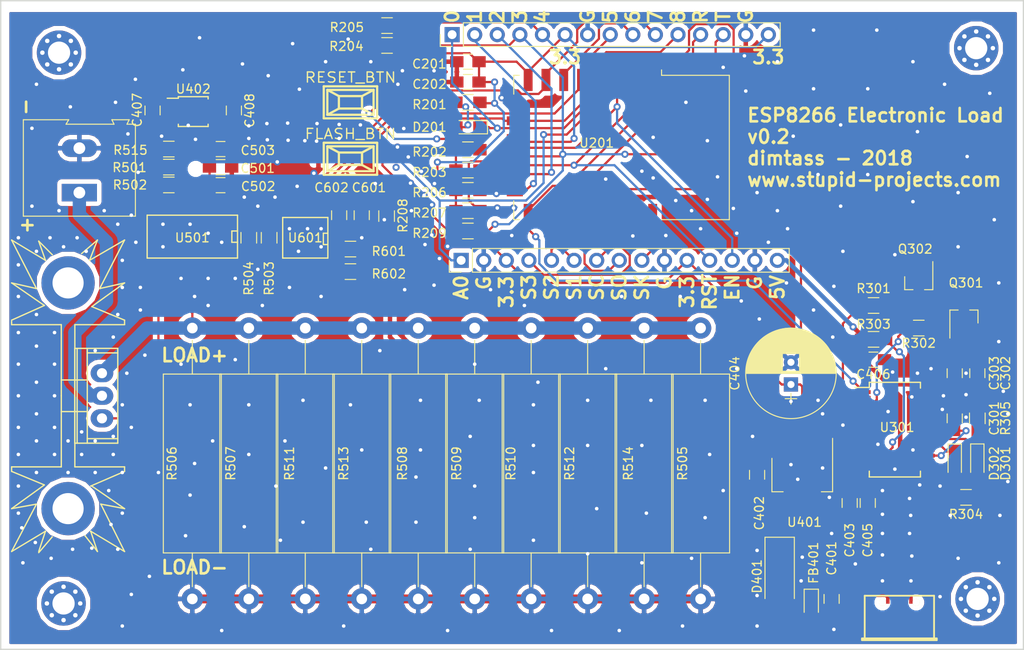
<source format=kicad_pcb>
(kicad_pcb (version 20171130) (host pcbnew 5.0.2-bee76a0~70~ubuntu18.04.1)
  (layers (0 F.Cu signal) (31 B.Cu signal) (34 B.Paste user) (35 F.Paste user) (36 B.SilkS user) (37 F.SilkS user) (38 B.Mask user) (39 F.Mask user) (44 Edge.Cuts user))
  (net 0 "")
  (net 1 +3V3)
  (net 2 GND)
  (net 3 "Net-(C301-Pad1)")
  (net 4 VBUS)
  (net 5 +5V)
  (net 6 "Net-(C407-Pad1)")
  (net 7 "Net-(C407-Pad2)")
  (net 8 "Net-(C408-Pad2)")
  (net 9 +10V)
  (net 10 "Net-(D201-Pad2)")
  (net 11 /ESP8266-E12/GPIO16)
  (net 12 "Net-(D301-Pad1)")
  (net 13 "Net-(D301-Pad2)")
  (net 14 "Net-(D302-Pad2)")
  (net 15 "Net-(D302-Pad1)")
  (net 16 "Net-(D401-Pad2)")
  (net 17 "/OPAMPS and MOSFET/ADC_OUT")
  (net 18 /ESP8266-E12/GPIO10)
  (net 19 /ESP8266-E12/GPIO9)
  (net 20 /ESP8266-E12/GPIO11)
  (net 21 /ESP8266-E12/GPIO8)
  (net 22 /ESP8266-E12/GPIO7)
  (net 23 /ESP8266-E12/GPIO6)
  (net 24 "/USB to UART/ESP_RESET")
  (net 25 /ESP8266-E12/CH_PD)
  (net 26 "/external DAC/DAC_SPI_CS")
  (net 27 "/external DAC/DAC_SPI_DI")
  (net 28 /ESP8266-E12/ESP_SPI_MISO)
  (net 29 "/external DAC/DAC_SPI_CLK")
  (net 30 /ESP8266-E12/GPIO2)
  (net 31 /ESP8266-E12/ESP_GPIO0)
  (net 32 /ESP8266-E12/GPIO4)
  (net 33 /ESP8266-E12/GPIO5)
  (net 34 "/USB to UART/D_N")
  (net 35 "/USB to UART/D_P")
  (net 36 "Net-(J301-Pad4)")
  (net 37 "Net-(J501-Pad1)")
  (net 38 "Net-(Q301-Pad1)")
  (net 39 "/USB to UART/RTS")
  (net 40 "/USB to UART/DTR")
  (net 41 "Net-(Q302-Pad1)")
  (net 42 "Net-(Q501-Pad3)")
  (net 43 "Net-(R202-Pad2)")
  (net 44 "Net-(R209-Pad2)")
  (net 45 "Net-(R303-Pad2)")
  (net 46 "Net-(R502-Pad1)")
  (net 47 "Net-(R503-Pad1)")
  (net 48 "/OPAMPS and MOSFET/DAC_IN")
  (net 49 "Net-(R504-Pad1)")
  (net 50 "Net-(R601-Pad2)")
  (net 51 "Net-(R602-Pad2)")
  (net 52 "Net-(U301-Pad28)")
  (net 53 "Net-(U301-Pad27)")
  (net 54 "Net-(U301-Pad26)")
  (net 55 "Net-(U301-Pad19)")
  (net 56 "Net-(U301-Pad13)")
  (net 57 "Net-(U301-Pad12)")
  (net 58 "Net-(U301-Pad11)")
  (net 59 "Net-(U301-Pad10)")
  (net 60 "Net-(U301-Pad9)")
  (net 61 "Net-(U301-Pad6)")
  (net 62 /ESP8266-E12/ESP_TXD0)
  (net 63 /ESP8266-E12/ESP_RXD0)
  (net 64 "Net-(U402-Pad7)")
  (net 65 "Net-(U402-Pad1)")
  (net 66 "Net-(U501-Pad14)")
  (net 67 "Net-(U501-Pad13)")
  (net 68 "Net-(U501-Pad12)")
  (net 69 "Net-(Q501-Pad1)")
  (net 70 "Net-(C503-Pad1)")
  (module mod_conn_pc:conn_usb_B_micro_smd-3 (layer F.Cu) (at 162.052 149.86)
    (fp_text reference J301 hide)
    (fp_text value USB_B_Micro hide)
    (pad "" smd rect (at -1.19888 0) (size 1.89738 1.89738) (layers F.Cu F.Paste F.Mask))
    (pad "" smd rect (at 1.19888 0) (size 1.89738 1.89738) (layers F.Cu F.Paste F.Mask))
    (pad "" smd rect (at 3.9497 0) (size 1.89738 1.89738) (layers F.Cu F.Paste F.Mask))
    (pad "" smd rect (at -3.9497 0) (size 1.89738 1.89738) (layers F.Cu F.Paste F.Mask))
    (pad 1 smd rect (at -1.30048 -2.67462) (size 0.39878 1.34874) (layers F.Cu F.Paste F.Mask) (net 4 VBUS))
    (pad 2 smd rect (at -0.6477 -2.67462) (size 0.39878 1.3462) (layers F.Cu F.Paste F.Mask) (net 34 "/USB to UART/D_N"))
    (pad 3 smd rect (at 0 -2.67462) (size 0.39878 1.3462) (layers F.Cu F.Paste F.Mask) (net 35 "/USB to UART/D_P"))
    (pad 4 smd rect (at 0.6477 -2.67462) (size 0.39878 1.3462) (layers F.Cu F.Paste F.Mask) (net 36 "Net-(J301-Pad4)"))
    (pad 5 smd rect (at 1.30048 -2.67462) (size 0.39878 1.3462) (layers F.Cu F.Paste F.Mask) (net 2 GND))
    (pad "" np_thru_hole circle (at 1.89738 -2.1463) (size 0.79756 0.79756) (drill 0.79756) (layers *.Cu *.Mask F.SilkS))
    (pad "" np_thru_hole circle (at -1.89992 -2.14884) (size 0.79756 0.79756) (drill 0.79756) (layers *.Cu *.Mask F.SilkS))
  )
  (module Resistors_THT:R_Axial_Power_L20.0mm_W6.4mm_P30.48mm (layer F.Cu) (at 107.95 116.84 270)
    (fp_text reference R508 (at 15.24 1.778 270) (layer F.SilkS))
    (fp_text value 10Ω/1W)
    (pad 2 thru_hole oval (at 30.48 0 270) (size 2.4 2.4) (drill 1.2) (layers *.Cu *.Mask) (net 2 GND))
    (pad 1 thru_hole circle (at 0 0 270) (size 2.4 2.4) (drill 1.2) (layers *.Cu *.Mask) (net 42 "Net-(Q501-Pad3)"))
  )
  (module Capacitors_SMD:C_0805_HandSoldering (layer F.Cu) (at 158.496 136.525 270)
    (fp_text reference C405 (at 4.191 0 270) (layer F.SilkS))
    (fp_text value 10uF)
    (pad 2 smd rect (at 1.25 0 270) (size 1.5 1.25) (layers F.Cu F.Paste F.Mask) (net 2 GND))
    (pad 1 smd rect (at -1.25 0 270) (size 1.5 1.25) (layers F.Cu F.Paste F.Mask) (net 5 +5V))
  )
  (module Heatsinks:Heatsink_Fischer_SK104-STCB_35x13mm__2xDrill3.5mm_ScrewM3 (layer F.Cu) (at 68.58 124.46 90)
    (fp_text reference HS501 hide)
    (fp_text value Heatsink)
    (pad 1 thru_hole circle (at -12.7 0 90) (size 5.99948 5.99948) (drill 3.50012) (layers *.Cu *.Mask))
    (pad 1 thru_hole circle (at 12.7 0 90) (size 5.99948 5.99948) (drill 3.50012) (layers *.Cu *.Mask))
  )
  (module Capacitors_SMD:C_0805_HandSoldering (layer F.Cu) (at 113.538 86.868)
    (fp_text reference C201 (at -4.338 0.254) (layer F.SilkS))
    (fp_text value 1u)
    (pad 2 smd rect (at 1.25 0) (size 1.5 1.25) (layers F.Cu F.Paste F.Mask) (net 1 +3V3))
    (pad 1 smd rect (at -1.25 0) (size 1.5 1.25) (layers F.Cu F.Paste F.Mask) (net 2 GND))
  )
  (module Capacitors_SMD:C_0805_HandSoldering (layer F.Cu) (at 113.538 89.154)
    (fp_text reference C202 (at -4.318 0.254) (layer F.SilkS))
    (fp_text value 100n)
    (pad 1 smd rect (at -1.25 0) (size 1.5 1.25) (layers F.Cu F.Paste F.Mask) (net 2 GND))
    (pad 2 smd rect (at 1.25 0) (size 1.5 1.25) (layers F.Cu F.Paste F.Mask) (net 1 +3V3))
  )
  (module Capacitors_SMD:C_0805_HandSoldering (layer F.Cu) (at 168.275 127 90)
    (fp_text reference C301 (at 0 4.445 90) (layer F.SilkS))
    (fp_text value 100nF)
    (pad 2 smd rect (at 1.25 0 90) (size 1.5 1.25) (layers F.Cu F.Paste F.Mask) (net 2 GND))
    (pad 1 smd rect (at -1.25 0 90) (size 1.5 1.25) (layers F.Cu F.Paste F.Mask) (net 3 "Net-(C301-Pad1)"))
  )
  (module Capacitors_SMD:C_0805_HandSoldering (layer F.Cu) (at 154.432 147.32 90)
    (fp_text reference C401 (at 4.572 0 90) (layer F.SilkS))
    (fp_text value 10nF)
    (pad 1 smd rect (at -1.25 0 90) (size 1.5 1.25) (layers F.Cu F.Paste F.Mask) (net 4 VBUS))
    (pad 2 smd rect (at 1.25 0 90) (size 1.5 1.25) (layers F.Cu F.Paste F.Mask) (net 2 GND))
  )
  (module Capacitors_SMD:C_0805_HandSoldering (layer F.Cu) (at 146.05 133.35 270)
    (fp_text reference C402 (at 4.318 -0.254 270) (layer F.SilkS))
    (fp_text value "10uF 25V")
    (pad 1 smd rect (at -1.25 0 270) (size 1.5 1.25) (layers F.Cu F.Paste F.Mask) (net 5 +5V))
    (pad 2 smd rect (at 1.25 0 270) (size 1.5 1.25) (layers F.Cu F.Paste F.Mask) (net 2 GND))
  )
  (module Capacitors_SMD:C_0805_HandSoldering (layer F.Cu) (at 156.464 136.525 270)
    (fp_text reference C403 (at 4.191 0 270) (layer F.SilkS))
    (fp_text value 100nF)
    (pad 1 smd rect (at -1.25 0 270) (size 1.5 1.25) (layers F.Cu F.Paste F.Mask) (net 5 +5V))
    (pad 2 smd rect (at 1.25 0 270) (size 1.5 1.25) (layers F.Cu F.Paste F.Mask) (net 2 GND))
  )
  (module Capacitors_SMD:C_0805_HandSoldering (layer F.Cu) (at 159.131 120.396)
    (fp_text reference C406 (at 0 1.651) (layer F.SilkS))
    (fp_text value 10uF)
    (pad 2 smd rect (at 1.25 0) (size 1.5 1.25) (layers F.Cu F.Paste F.Mask) (net 2 GND))
    (pad 1 smd rect (at -1.25 0) (size 1.5 1.25) (layers F.Cu F.Paste F.Mask) (net 5 +5V))
  )
  (module Capacitors_SMD:C_0805_HandSoldering (layer F.Cu) (at 78.0796 92.3544 270)
    (fp_text reference C407 (at -0.0508 1.7272 90) (layer F.SilkS))
    (fp_text value 10uF)
    (pad 1 smd rect (at -1.25 0 270) (size 1.5 1.25) (layers F.Cu F.Paste F.Mask) (net 6 "Net-(C407-Pad1)"))
    (pad 2 smd rect (at 1.25 0 270) (size 1.5 1.25) (layers F.Cu F.Paste F.Mask) (net 7 "Net-(C407-Pad2)"))
  )
  (module Capacitors_SMD:C_0805_HandSoldering (layer F.Cu) (at 87.2236 92.3544 270)
    (fp_text reference C408 (at 0 -1.778 90) (layer F.SilkS))
    (fp_text value 10uF)
    (pad 2 smd rect (at 1.25 0 270) (size 1.5 1.25) (layers F.Cu F.Paste F.Mask) (net 8 "Net-(C408-Pad2)"))
    (pad 1 smd rect (at -1.25 0 270) (size 1.5 1.25) (layers F.Cu F.Paste F.Mask) (net 9 +10V))
  )
  (module Capacitors_SMD:C_0805_HandSoldering (layer F.Cu) (at 101.6 104.14 270)
    (fp_text reference C601 (at -3.0988 -0.8128) (layer F.SilkS))
    (fp_text value 100n)
    (pad 1 smd rect (at -1.25 0 270) (size 1.5 1.25) (layers F.Cu F.Paste F.Mask) (net 5 +5V))
    (pad 2 smd rect (at 1.25 0 270) (size 1.5 1.25) (layers F.Cu F.Paste F.Mask) (net 2 GND))
  )
  (module Capacitors_SMD:C_0805_HandSoldering (layer F.Cu) (at 99.06 104.14 270)
    (fp_text reference C602 (at -3.0988 0.8636) (layer F.SilkS))
    (fp_text value 1uF)
    (pad 2 smd rect (at 1.25 0 270) (size 1.5 1.25) (layers F.Cu F.Paste F.Mask) (net 2 GND))
    (pad 1 smd rect (at -1.25 0 270) (size 1.5 1.25) (layers F.Cu F.Paste F.Mask) (net 5 +5V))
  )
  (module LEDs:LED_0805_HandSoldering (layer F.Cu) (at 113.538 94.234 180)
    (fp_text reference D201 (at 4.318 0 180) (layer F.SilkS))
    (fp_text value LED)
    (pad 2 smd rect (at 1.35 0 180) (size 1.5 1.3) (layers F.Cu F.Paste F.Mask) (net 10 "Net-(D201-Pad2)"))
    (pad 1 smd rect (at -1.35 0 180) (size 1.5 1.3) (layers F.Cu F.Paste F.Mask) (net 11 /ESP8266-E12/GPIO16))
  )
  (module LEDs:LED_0805_HandSoldering (layer F.Cu) (at 170.815 132.08 270)
    (fp_text reference D301 (at 0 -3.175 270) (layer F.SilkS))
    (fp_text value TXLED)
    (pad 1 smd rect (at -1.35 0 270) (size 1.5 1.3) (layers F.Cu F.Paste F.Mask) (net 12 "Net-(D301-Pad1)"))
    (pad 2 smd rect (at 1.35 0 270) (size 1.5 1.3) (layers F.Cu F.Paste F.Mask) (net 13 "Net-(D301-Pad2)"))
  )
  (module LEDs:LED_0805_HandSoldering (layer F.Cu) (at 168.275 132.08 270)
    (fp_text reference D302 (at 0 -4.445 270) (layer F.SilkS))
    (fp_text value RXLED)
    (pad 2 smd rect (at 1.35 0 270) (size 1.5 1.3) (layers F.Cu F.Paste F.Mask) (net 14 "Net-(D302-Pad2)"))
    (pad 1 smd rect (at -1.35 0 270) (size 1.5 1.3) (layers F.Cu F.Paste F.Mask) (net 15 "Net-(D302-Pad1)"))
  )
  (module Diodes_SMD:D_SMA_Handsoldering (layer F.Cu) (at 148.59 144.78 270)
    (fp_text reference D401 (at 0 2.54 90) (layer F.SilkS))
    (fp_text value LSM115JE3/TR13)
    (pad 2 smd rect (at 2.5 0 270) (size 3.5 1.8) (layers F.Cu F.Paste F.Mask) (net 16 "Net-(D401-Pad2)"))
    (pad 1 smd rect (at -2.5 0 270) (size 3.5 1.8) (layers F.Cu F.Paste F.Mask) (net 5 +5V))
  )
  (module Diodes_SMD:D_0805 (layer F.Cu) (at 152.146 147.828 270)
    (fp_text reference FB401 (at -4.572 -0.254 90) (layer F.SilkS))
    (fp_text value MH2029-400Y)
    (pad 2 smd rect (at 1.05 0 270) (size 0.8 0.9) (layers F.Cu F.Paste F.Mask) (net 4 VBUS))
    (pad 1 smd rect (at -1.05 0 270) (size 0.8 0.9) (layers F.Cu F.Paste F.Mask) (net 16 "Net-(D401-Pad2)"))
  )
  (module Pin_Headers:Pin_Header_Straight_1x15_Pitch2.54mm (layer F.Cu) (at 112.776 109.22 90)
    (fp_text reference J201 hide)
    (fp_text value Conn_01x15_Male)
    (pad 1 thru_hole rect (at 0 0 90) (size 1.7 1.7) (drill 1) (layers *.Cu *.Mask) (net 17 "/OPAMPS and MOSFET/ADC_OUT"))
    (pad 2 thru_hole oval (at 0 2.54 90) (size 1.7 1.7) (drill 1) (layers *.Cu *.Mask) (net 2 GND))
    (pad 3 thru_hole oval (at 0 5.08 90) (size 1.7 1.7) (drill 1) (layers *.Cu *.Mask) (net 1 +3V3))
    (pad 4 thru_hole oval (at 0 7.62 90) (size 1.7 1.7) (drill 1) (layers *.Cu *.Mask) (net 18 /ESP8266-E12/GPIO10))
    (pad 5 thru_hole oval (at 0 10.16 90) (size 1.7 1.7) (drill 1) (layers *.Cu *.Mask) (net 19 /ESP8266-E12/GPIO9))
    (pad 6 thru_hole oval (at 0 12.7 90) (size 1.7 1.7) (drill 1) (layers *.Cu *.Mask) (net 20 /ESP8266-E12/GPIO11))
    (pad 7 thru_hole oval (at 0 15.24 90) (size 1.7 1.7) (drill 1) (layers *.Cu *.Mask) (net 21 /ESP8266-E12/GPIO8))
    (pad 8 thru_hole oval (at 0 17.78 90) (size 1.7 1.7) (drill 1) (layers *.Cu *.Mask) (net 22 /ESP8266-E12/GPIO7))
    (pad 9 thru_hole oval (at 0 20.32 90) (size 1.7 1.7) (drill 1) (layers *.Cu *.Mask) (net 23 /ESP8266-E12/GPIO6))
    (pad 10 thru_hole oval (at 0 22.86 90) (size 1.7 1.7) (drill 1) (layers *.Cu *.Mask) (net 2 GND))
    (pad 11 thru_hole oval (at 0 25.4 90) (size 1.7 1.7) (drill 1) (layers *.Cu *.Mask) (net 1 +3V3))
    (pad 12 thru_hole oval (at 0 27.94 90) (size 1.7 1.7) (drill 1) (layers *.Cu *.Mask) (net 24 "/USB to UART/ESP_RESET"))
    (pad 13 thru_hole oval (at 0 30.48 90) (size 1.7 1.7) (drill 1) (layers *.Cu *.Mask) (net 25 /ESP8266-E12/CH_PD))
    (pad 14 thru_hole oval (at 0 33.02 90) (size 1.7 1.7) (drill 1) (layers *.Cu *.Mask) (net 2 GND))
    (pad 15 thru_hole oval (at 0 35.56 90) (size 1.7 1.7) (drill 1) (layers *.Cu *.Mask) (net 5 +5V))
  )
  (module Pin_Headers:Pin_Header_Straight_1x15_Pitch2.54mm (layer F.Cu) (at 111.76 83.82 90)
    (fp_text reference J202 hide)
    (fp_text value Conn_01x15_Male)
    (pad 15 thru_hole oval (at 0 35.56 90) (size 1.7 1.7) (drill 1) (layers *.Cu *.Mask) (net 1 +3V3))
    (pad 14 thru_hole oval (at 0 33.02 90) (size 1.7 1.7) (drill 1) (layers *.Cu *.Mask) (net 2 GND))
    (pad 13 thru_hole oval (at 0 30.48 90) (size 1.7 1.7) (drill 1) (layers *.Cu *.Mask) (net 62 /ESP8266-E12/ESP_TXD0))
    (pad 12 thru_hole oval (at 0 27.94 90) (size 1.7 1.7) (drill 1) (layers *.Cu *.Mask) (net 63 /ESP8266-E12/ESP_RXD0))
    (pad 11 thru_hole oval (at 0 25.4 90) (size 1.7 1.7) (drill 1) (layers *.Cu *.Mask) (net 26 "/external DAC/DAC_SPI_CS"))
    (pad 10 thru_hole oval (at 0 22.86 90) (size 1.7 1.7) (drill 1) (layers *.Cu *.Mask) (net 27 "/external DAC/DAC_SPI_DI"))
    (pad 9 thru_hole oval (at 0 20.32 90) (size 1.7 1.7) (drill 1) (layers *.Cu *.Mask) (net 28 /ESP8266-E12/ESP_SPI_MISO))
    (pad 8 thru_hole oval (at 0 17.78 90) (size 1.7 1.7) (drill 1) (layers *.Cu *.Mask) (net 29 "/external DAC/DAC_SPI_CLK"))
    (pad 7 thru_hole oval (at 0 15.24 90) (size 1.7 1.7) (drill 1) (layers *.Cu *.Mask) (net 2 GND))
    (pad 6 thru_hole oval (at 0 12.7 90) (size 1.7 1.7) (drill 1) (layers *.Cu *.Mask) (net 1 +3V3))
    (pad 5 thru_hole oval (at 0 10.16 90) (size 1.7 1.7) (drill 1) (layers *.Cu *.Mask) (net 30 /ESP8266-E12/GPIO2))
    (pad 4 thru_hole oval (at 0 7.62 90) (size 1.7 1.7) (drill 1) (layers *.Cu *.Mask) (net 31 /ESP8266-E12/ESP_GPIO0))
    (pad 3 thru_hole oval (at 0 5.08 90) (size 1.7 1.7) (drill 1) (layers *.Cu *.Mask) (net 32 /ESP8266-E12/GPIO4))
    (pad 2 thru_hole oval (at 0 2.54 90) (size 1.7 1.7) (drill 1) (layers *.Cu *.Mask) (net 33 /ESP8266-E12/GPIO5))
    (pad 1 thru_hole rect (at 0 0 90) (size 1.7 1.7) (drill 1) (layers *.Cu *.Mask) (net 11 /ESP8266-E12/GPIO16))
  )
  (module Connectors_Terminal_Blocks:TerminalBlock_Altech_AK300-2_P5.00mm (layer F.Cu) (at 69.85 101.6 90)
    (fp_text reference J501 hide)
    (fp_text value LOAD)
    (pad 2 thru_hole oval (at 5 0 90) (size 1.98 3.96) (drill 1.32) (layers *.Cu *.Mask) (net 2 GND))
    (pad 1 thru_hole rect (at 0 0 90) (size 1.98 3.96) (drill 1.32) (layers *.Cu *.Mask) (net 37 "Net-(J501-Pad1)"))
  )
  (module TO_SOT_Packages_SMD:SOT-23_Handsoldering (layer F.Cu) (at 169.31 115.57 90)
    (fp_text reference Q301 (at 3.81 0.235 180) (layer F.SilkS))
    (fp_text value MMBT3904)
    (pad 1 smd rect (at -1.5 -0.95 90) (size 1.9 0.8) (layers F.Cu F.Paste F.Mask) (net 38 "Net-(Q301-Pad1)"))
    (pad 2 smd rect (at -1.5 0.95 90) (size 1.9 0.8) (layers F.Cu F.Paste F.Mask) (net 39 "/USB to UART/RTS"))
    (pad 3 smd rect (at 1.5 0 90) (size 1.9 0.8) (layers F.Cu F.Paste F.Mask) (net 24 "/USB to UART/ESP_RESET"))
  )
  (module TO_SOT_Packages_SMD:SOT-23_Handsoldering (layer F.Cu) (at 164.23 111.76 270)
    (fp_text reference Q302 (at -3.81 0.4) (layer F.SilkS))
    (fp_text value MMBT3904)
    (pad 3 smd rect (at 1.5 0 270) (size 1.9 0.8) (layers F.Cu F.Paste F.Mask) (net 31 /ESP8266-E12/ESP_GPIO0))
    (pad 2 smd rect (at -1.5 0.95 270) (size 1.9 0.8) (layers F.Cu F.Paste F.Mask) (net 40 "/USB to UART/DTR"))
    (pad 1 smd rect (at -1.5 -0.95 270) (size 1.9 0.8) (layers F.Cu F.Paste F.Mask) (net 41 "Net-(Q302-Pad1)"))
  )
  (module Power_Integrations:TO-220 (layer F.Cu) (at 72.39 124.46 90)
    (fp_text reference Q501 hide)
    (fp_text value FDP6030BL)
    (pad 1 thru_hole oval (at -2.54 0 90) (size 2.032 2.54) (drill 1.143) (layers *.Cu *.Mask) (net 69 "Net-(Q501-Pad1)"))
    (pad 3 thru_hole oval (at 2.54 0 90) (size 2.032 2.54) (drill 1.143) (layers *.Cu *.Mask) (net 42 "Net-(Q501-Pad3)"))
    (pad 2 thru_hole oval (at 0 0 90) (size 2.032 2.54) (drill 1.143) (layers *.Cu *.Mask) (net 37 "Net-(J501-Pad1)"))
  )
  (module Resistors_SMD:R_0805_HandSoldering (layer F.Cu) (at 113.538 91.44 180)
    (fp_text reference R201 (at 4.318 -0.254 180) (layer F.SilkS))
    (fp_text value 470)
    (pad 2 smd rect (at 1.35 0 180) (size 1.5 1.3) (layers F.Cu F.Paste F.Mask) (net 10 "Net-(D201-Pad2)"))
    (pad 1 smd rect (at -1.35 0 180) (size 1.5 1.3) (layers F.Cu F.Paste F.Mask) (net 1 +3V3))
  )
  (module Resistors_SMD:R_0805_HandSoldering (layer F.Cu) (at 113.538 96.774 180)
    (fp_text reference R202 (at 4.318 -0.254 180) (layer F.SilkS))
    (fp_text value "0 (NC)")
    (pad 1 smd rect (at -1.35 0 180) (size 1.5 1.3) (layers F.Cu F.Paste F.Mask) (net 11 /ESP8266-E12/GPIO16))
    (pad 2 smd rect (at 1.35 0 180) (size 1.5 1.3) (layers F.Cu F.Paste F.Mask) (net 43 "Net-(R202-Pad2)"))
  )
  (module Resistors_SMD:R_0805_HandSoldering (layer F.Cu) (at 113.538 99.06 180)
    (fp_text reference R203 (at 4.318 -0.254 180) (layer F.SilkS))
    (fp_text value 470)
    (pad 1 smd rect (at -1.35 0 180) (size 1.5 1.3) (layers F.Cu F.Paste F.Mask) (net 24 "/USB to UART/ESP_RESET"))
    (pad 2 smd rect (at 1.35 0 180) (size 1.5 1.3) (layers F.Cu F.Paste F.Mask) (net 43 "Net-(R202-Pad2)"))
  )
  (module Resistors_SMD:R_0805_HandSoldering (layer F.Cu) (at 104.4448 85.0392 180)
    (fp_text reference R204 (at 4.572 -0.1016 180) (layer F.SilkS))
    (fp_text value 10K)
    (pad 2 smd rect (at 1.35 0 180) (size 1.5 1.3) (layers F.Cu F.Paste F.Mask) (net 1 +3V3))
    (pad 1 smd rect (at -1.35 0 180) (size 1.5 1.3) (layers F.Cu F.Paste F.Mask) (net 31 /ESP8266-E12/ESP_GPIO0))
  )
  (module Resistors_SMD:R_0805_HandSoldering (layer F.Cu) (at 104.4448 82.804 180)
    (fp_text reference R205 (at 4.5212 -0.2032 180) (layer F.SilkS))
    (fp_text value 10K)
    (pad 1 smd rect (at -1.35 0 180) (size 1.5 1.3) (layers F.Cu F.Paste F.Mask) (net 30 /ESP8266-E12/GPIO2))
    (pad 2 smd rect (at 1.35 0 180) (size 1.5 1.3) (layers F.Cu F.Paste F.Mask) (net 1 +3V3))
  )
  (module Resistors_SMD:R_0805_HandSoldering (layer F.Cu) (at 113.538 101.346 180)
    (fp_text reference R206 (at 4.318 -0.254 180) (layer F.SilkS))
    (fp_text value 10K)
    (pad 1 smd rect (at -1.35 0 180) (size 1.5 1.3) (layers F.Cu F.Paste F.Mask) (net 24 "/USB to UART/ESP_RESET"))
    (pad 2 smd rect (at 1.35 0 180) (size 1.5 1.3) (layers F.Cu F.Paste F.Mask) (net 1 +3V3))
  )
  (module Resistors_SMD:R_0805_HandSoldering (layer F.Cu) (at 113.538 103.632 180)
    (fp_text reference R207 (at 4.318 -0.254 180) (layer F.SilkS))
    (fp_text value 10K)
    (pad 1 smd rect (at -1.35 0 180) (size 1.5 1.3) (layers F.Cu F.Paste F.Mask) (net 25 /ESP8266-E12/CH_PD))
    (pad 2 smd rect (at 1.35 0 180) (size 1.5 1.3) (layers F.Cu F.Paste F.Mask) (net 1 +3V3))
  )
  (module Resistors_SMD:R_0805_HandSoldering (layer F.Cu) (at 104.394 104.2416 270)
    (fp_text reference R208 (at -0.0508 -1.8288 270) (layer F.SilkS))
    (fp_text value 10K)
    (pad 2 smd rect (at 1.35 0 270) (size 1.5 1.3) (layers F.Cu F.Paste F.Mask) (net 2 GND))
    (pad 1 smd rect (at -1.35 0 270) (size 1.5 1.3) (layers F.Cu F.Paste F.Mask) (net 26 "/external DAC/DAC_SPI_CS"))
  )
  (module Resistors_SMD:R_0805_HandSoldering (layer F.Cu) (at 113.538 105.918 180)
    (fp_text reference R209 (at 4.318 -0.254 180) (layer F.SilkS))
    (fp_text value 470)
    (pad 2 smd rect (at 1.35 0 180) (size 1.5 1.3) (layers F.Cu F.Paste F.Mask) (net 44 "Net-(R209-Pad2)"))
    (pad 1 smd rect (at -1.35 0 180) (size 1.5 1.3) (layers F.Cu F.Paste F.Mask) (net 31 /ESP8266-E12/ESP_GPIO0))
  )
  (module Resistors_SMD:R_0805_HandSoldering (layer F.Cu) (at 159.15 114.3 180)
    (fp_text reference R301 (at 0 1.905 180) (layer F.SilkS))
    (fp_text value 12K)
    (pad 2 smd rect (at 1.35 0 180) (size 1.5 1.3) (layers F.Cu F.Paste F.Mask) (net 40 "/USB to UART/DTR"))
    (pad 1 smd rect (at -1.35 0 180) (size 1.5 1.3) (layers F.Cu F.Paste F.Mask) (net 38 "Net-(Q301-Pad1)"))
  )
  (module Resistors_SMD:R_0805_HandSoldering (layer F.Cu) (at 164.23 116.84 180)
    (fp_text reference R302 (at 0 -1.7 180) (layer F.SilkS))
    (fp_text value 12K)
    (pad 1 smd rect (at -1.35 0 180) (size 1.5 1.3) (layers F.Cu F.Paste F.Mask) (net 41 "Net-(Q302-Pad1)"))
    (pad 2 smd rect (at 1.35 0 180) (size 1.5 1.3) (layers F.Cu F.Paste F.Mask) (net 39 "/USB to UART/RTS"))
  )
  (module Resistors_SMD:R_0805_HandSoldering (layer F.Cu) (at 159.15 118.11)
    (fp_text reference R303 (at 0 -1.7) (layer F.SilkS))
    (fp_text value 10K)
    (pad 2 smd rect (at 1.35 0) (size 1.5 1.3) (layers F.Cu F.Paste F.Mask) (net 45 "Net-(R303-Pad2)"))
    (pad 1 smd rect (at -1.35 0) (size 1.5 1.3) (layers F.Cu F.Paste F.Mask) (net 5 +5V))
  )
  (module Resistors_SMD:R_0805_HandSoldering (layer F.Cu) (at 169.545 135.89)
    (fp_text reference R304 (at 0 1.905) (layer F.SilkS))
    (fp_text value R)
    (pad 1 smd rect (at -1.35 0) (size 1.5 1.3) (layers F.Cu F.Paste F.Mask) (net 5 +5V))
    (pad 2 smd rect (at 1.35 0) (size 1.5 1.3) (layers F.Cu F.Paste F.Mask) (net 13 "Net-(D301-Pad2)"))
  )
  (module Resistors_SMD:R_0805_HandSoldering (layer F.Cu) (at 170.815 127 270)
    (fp_text reference R305 (at 0 -3.175 270) (layer F.SilkS))
    (fp_text value R)
    (pad 2 smd rect (at 1.35 0 270) (size 1.5 1.3) (layers F.Cu F.Paste F.Mask) (net 14 "Net-(D302-Pad2)"))
    (pad 1 smd rect (at -1.35 0 270) (size 1.5 1.3) (layers F.Cu F.Paste F.Mask) (net 5 +5V))
  )
  (module Resistors_SMD:R_0805_HandSoldering (layer F.Cu) (at 79.9084 98.7298)
    (fp_text reference R501 (at -4.4196 0.0508) (layer F.SilkS))
    (fp_text value 1K)
    (pad 2 smd rect (at 1.35 0) (size 1.5 1.3) (layers F.Cu F.Paste F.Mask) (net 70 "Net-(C503-Pad1)"))
    (pad 1 smd rect (at -1.35 0) (size 1.5 1.3) (layers F.Cu F.Paste F.Mask) (net 2 GND))
  )
  (module Resistors_SMD:R_0805_HandSoldering (layer F.Cu) (at 79.9084 100.7364)
    (fp_text reference R502 (at -4.3688 0) (layer F.SilkS))
    (fp_text value 10K)
    (pad 1 smd rect (at -1.35 0) (size 1.5 1.3) (layers F.Cu F.Paste F.Mask) (net 46 "Net-(R502-Pad1)"))
    (pad 2 smd rect (at 1.35 0) (size 1.5 1.3) (layers F.Cu F.Paste F.Mask) (net 70 "Net-(C503-Pad1)"))
  )
  (module Resistors_SMD:R_0805_HandSoldering (layer F.Cu) (at 91.186 106.68 270)
    (fp_text reference R503 (at 4.572 0 270) (layer F.SilkS))
    (fp_text value 10K)
    (pad 1 smd rect (at -1.35 0 270) (size 1.5 1.3) (layers F.Cu F.Paste F.Mask) (net 47 "Net-(R503-Pad1)"))
    (pad 2 smd rect (at 1.35 0 270) (size 1.5 1.3) (layers F.Cu F.Paste F.Mask) (net 2 GND))
  )
  (module Resistors_SMD:R_0805_HandSoldering (layer F.Cu) (at 88.9 106.68 90)
    (fp_text reference R504 (at -4.572 0 90) (layer F.SilkS))
    (fp_text value 12K)
    (pad 2 smd rect (at 1.35 0 90) (size 1.5 1.3) (layers F.Cu F.Paste F.Mask) (net 47 "Net-(R503-Pad1)"))
    (pad 1 smd rect (at -1.35 0 90) (size 1.5 1.3) (layers F.Cu F.Paste F.Mask) (net 49 "Net-(R504-Pad1)"))
  )
  (module Resistors_THT:R_Axial_Power_L20.0mm_W6.4mm_P30.48mm (layer F.Cu) (at 139.7 116.84 270)
    (fp_text reference R505 (at 15.24 2.032 270) (layer F.SilkS))
    (fp_text value 10Ω/1W)
    (pad 1 thru_hole circle (at 0 0 270) (size 2.4 2.4) (drill 1.2) (layers *.Cu *.Mask) (net 42 "Net-(Q501-Pad3)"))
    (pad 2 thru_hole oval (at 30.48 0 270) (size 2.4 2.4) (drill 1.2) (layers *.Cu *.Mask) (net 2 GND))
  )
  (module Resistors_THT:R_Axial_Power_L20.0mm_W6.4mm_P30.48mm (layer F.Cu) (at 82.55 116.84 270)
    (fp_text reference R506 (at 15.24 2.286 270) (layer F.SilkS))
    (fp_text value 10Ω/1W)
    (pad 2 thru_hole oval (at 30.48 0 270) (size 2.4 2.4) (drill 1.2) (layers *.Cu *.Mask) (net 2 GND))
    (pad 1 thru_hole circle (at 0 0 270) (size 2.4 2.4) (drill 1.2) (layers *.Cu *.Mask) (net 42 "Net-(Q501-Pad3)"))
  )
  (module Resistors_THT:R_Axial_Power_L20.0mm_W6.4mm_P30.48mm (layer F.Cu) (at 88.9 116.84 270)
    (fp_text reference R507 (at 15.24 2.032 270) (layer F.SilkS))
    (fp_text value 10Ω/1W)
    (pad 1 thru_hole circle (at 0 0 270) (size 2.4 2.4) (drill 1.2) (layers *.Cu *.Mask) (net 42 "Net-(Q501-Pad3)"))
    (pad 2 thru_hole oval (at 30.48 0 270) (size 2.4 2.4) (drill 1.2) (layers *.Cu *.Mask) (net 2 GND))
  )
  (module Resistors_THT:R_Axial_Power_L20.0mm_W6.4mm_P30.48mm (layer F.Cu) (at 114.3 116.84 270)
    (fp_text reference R509 (at 15.24 2.032 270) (layer F.SilkS))
    (fp_text value 10Ω/1W)
    (pad 1 thru_hole circle (at 0 0 270) (size 2.4 2.4) (drill 1.2) (layers *.Cu *.Mask) (net 42 "Net-(Q501-Pad3)"))
    (pad 2 thru_hole oval (at 30.48 0 270) (size 2.4 2.4) (drill 1.2) (layers *.Cu *.Mask) (net 2 GND))
  )
  (module Resistors_THT:R_Axial_Power_L20.0mm_W6.4mm_P30.48mm (layer F.Cu) (at 120.65 116.84 270)
    (fp_text reference R510 (at 15.24 2.286 270) (layer F.SilkS))
    (fp_text value 10Ω/1W)
    (pad 2 thru_hole oval (at 30.48 0 270) (size 2.4 2.4) (drill 1.2) (layers *.Cu *.Mask) (net 2 GND))
    (pad 1 thru_hole circle (at 0 0 270) (size 2.4 2.4) (drill 1.2) (layers *.Cu *.Mask) (net 42 "Net-(Q501-Pad3)"))
  )
  (module Resistors_THT:R_Axial_Power_L20.0mm_W6.4mm_P30.48mm (layer F.Cu) (at 95.25 116.84 270)
    (fp_text reference R511 (at 15.24 1.778 270) (layer F.SilkS))
    (fp_text value 10Ω/1W)
    (pad 1 thru_hole circle (at 0 0 270) (size 2.4 2.4) (drill 1.2) (layers *.Cu *.Mask) (net 42 "Net-(Q501-Pad3)"))
    (pad 2 thru_hole oval (at 30.48 0 270) (size 2.4 2.4) (drill 1.2) (layers *.Cu *.Mask) (net 2 GND))
  )
  (module Resistors_THT:R_Axial_Power_L20.0mm_W6.4mm_P30.48mm (layer F.Cu) (at 127 116.84 270)
    (fp_text reference R512 (at 15.24 2.032 270) (layer F.SilkS))
    (fp_text value 10Ω/1W)
    (pad 2 thru_hole oval (at 30.48 0 270) (size 2.4 2.4) (drill 1.2) (layers *.Cu *.Mask) (net 2 GND))
    (pad 1 thru_hole circle (at 0 0 270) (size 2.4 2.4) (drill 1.2) (layers *.Cu *.Mask) (net 42 "Net-(Q501-Pad3)"))
  )
  (module Resistors_THT:R_Axial_Power_L20.0mm_W6.4mm_P30.48mm (layer F.Cu) (at 101.6 116.84 270)
    (fp_text reference R513 (at 15.24 2.032 270) (layer F.SilkS))
    (fp_text value 10Ω/1W)
    (pad 2 thru_hole oval (at 30.48 0 270) (size 2.4 2.4) (drill 1.2) (layers *.Cu *.Mask) (net 2 GND))
    (pad 1 thru_hole circle (at 0 0 270) (size 2.4 2.4) (drill 1.2) (layers *.Cu *.Mask) (net 42 "Net-(Q501-Pad3)"))
  )
  (module Resistors_THT:R_Axial_Power_L20.0mm_W6.4mm_P30.48mm (layer F.Cu) (at 133.35 116.84 270)
    (fp_text reference R514 (at 15.24 1.778 270) (layer F.SilkS))
    (fp_text value 10Ω/1W)
    (pad 1 thru_hole circle (at 0 0 270) (size 2.4 2.4) (drill 1.2) (layers *.Cu *.Mask) (net 42 "Net-(Q501-Pad3)"))
    (pad 2 thru_hole oval (at 30.48 0 270) (size 2.4 2.4) (drill 1.2) (layers *.Cu *.Mask) (net 2 GND))
  )
  (module Resistors_SMD:R_0805_HandSoldering (layer F.Cu) (at 100.33 107.95 180)
    (fp_text reference R601 (at -4.318 -0.254 180) (layer F.SilkS))
    (fp_text value 10K)
    (pad 2 smd rect (at 1.35 0 180) (size 1.5 1.3) (layers F.Cu F.Paste F.Mask) (net 50 "Net-(R601-Pad2)"))
    (pad 1 smd rect (at -1.35 0 180) (size 1.5 1.3) (layers F.Cu F.Paste F.Mask) (net 5 +5V))
  )
  (module Resistors_SMD:R_0805_HandSoldering (layer F.Cu) (at 100.33 110.49 180)
    (fp_text reference R602 (at -4.318 -0.254 180) (layer F.SilkS))
    (fp_text value 10K)
    (pad 1 smd rect (at -1.35 0 180) (size 1.5 1.3) (layers F.Cu F.Paste F.Mask) (net 5 +5V))
    (pad 2 smd rect (at 1.35 0 180) (size 1.5 1.3) (layers F.Cu F.Paste F.Mask) (net 51 "Net-(R602-Pad2)"))
  )
  (module mod_switch:smd_push (layer F.Cu) (at 100.33 91.44 180)
    (fp_text reference SW201 hide)
    (fp_text value RESET_BTN (at 0 2.79908 180) (layer F.SilkS) (effects (font (size 1.143 1.27) (thickness 0.1524))))
    (pad 1 smd rect (at -3.59918 0 180) (size 1.00076 1.00076) (layers F.Cu F.Paste F.Mask) (net 43 "Net-(R202-Pad2)"))
    (pad 2 smd rect (at 3.59918 0 180) (size 1.00076 1.00076) (layers F.Cu F.Paste F.Mask) (net 2 GND))
  )
  (module mod_switch:smd_push (layer F.Cu) (at 100.33 97.79 180)
    (fp_text reference SW202 hide)
    (fp_text value FLASH_BTN (at 0 2.79908 180) (layer F.SilkS) (effects (font (size 1.143 1.27) (thickness 0.1524))))
    (pad 2 smd rect (at 3.59918 0 180) (size 1.00076 1.00076) (layers F.Cu F.Paste F.Mask) (net 2 GND))
    (pad 1 smd rect (at -3.59918 0 180) (size 1.00076 1.00076) (layers F.Cu F.Paste F.Mask) (net 44 "Net-(R209-Pad2)"))
  )
  (module RF_Modules:ESP-12E (layer F.Cu) (at 130.81 96.52 270)
    (fp_text reference U201 (at -0.508 2.794) (layer F.SilkS))
    (fp_text value ESP-12F)
    (pad 22 smd rect (at 7.6 -3.5 270) (size 2.5 1) (layers F.Cu F.Paste F.Mask) (net 23 /ESP8266-E12/GPIO6))
    (pad 21 smd rect (at 7.6 -1.5 270) (size 2.5 1) (layers F.Cu F.Paste F.Mask) (net 21 /ESP8266-E12/GPIO8))
    (pad 20 smd rect (at 7.6 0.5 270) (size 2.5 1) (layers F.Cu F.Paste F.Mask) (net 18 /ESP8266-E12/GPIO10))
    (pad 19 smd rect (at 7.6 2.5 270) (size 2.5 1) (layers F.Cu F.Paste F.Mask) (net 19 /ESP8266-E12/GPIO9))
    (pad 18 smd rect (at 7.6 4.5 270) (size 2.5 1) (layers F.Cu F.Paste F.Mask) (net 22 /ESP8266-E12/GPIO7))
    (pad 17 smd rect (at 7.6 6.5 270) (size 2.5 1) (layers F.Cu F.Paste F.Mask) (net 20 /ESP8266-E12/GPIO11))
    (pad 16 smd rect (at 7.6 8.5 270) (size 2.5 1) (layers F.Cu F.Paste F.Mask) (net 62 /ESP8266-E12/ESP_TXD0))
    (pad 15 smd rect (at 7.6 10.5 270) (size 2.5 1) (layers F.Cu F.Paste F.Mask) (net 63 /ESP8266-E12/ESP_RXD0))
    (pad 14 smd rect (at 5 12 270) (size 1 1.8) (layers F.Cu F.Paste F.Mask) (net 33 /ESP8266-E12/GPIO5))
    (pad 13 smd rect (at 3 12 270) (size 1 1.8) (layers F.Cu F.Paste F.Mask) (net 32 /ESP8266-E12/GPIO4))
    (pad 12 smd rect (at 1 12 270) (size 1 1.8) (layers F.Cu F.Paste F.Mask) (net 31 /ESP8266-E12/ESP_GPIO0))
    (pad 11 smd rect (at -1 12 270) (size 1 1.8) (layers F.Cu F.Paste F.Mask) (net 30 /ESP8266-E12/GPIO2))
    (pad 10 smd rect (at -3 12 270) (size 1 1.8) (layers F.Cu F.Paste F.Mask) (net 26 "/external DAC/DAC_SPI_CS"))
    (pad 9 smd rect (at -5 12 270) (size 1 1.8) (layers F.Cu F.Paste F.Mask) (net 2 GND))
    (pad 8 smd rect (at -7.6 10.5 270) (size 2.5 1) (layers F.Cu F.Paste F.Mask) (net 1 +3V3))
    (pad 7 smd rect (at -7.6 8.5 270) (size 2.5 1) (layers F.Cu F.Paste F.Mask) (net 27 "/external DAC/DAC_SPI_DI"))
    (pad 6 smd rect (at -7.6 6.5 270) (size 2.5 1) (layers F.Cu F.Paste F.Mask) (net 28 /ESP8266-E12/ESP_SPI_MISO))
    (pad 5 smd rect (at -7.6 4.5 270) (size 2.5 1) (layers F.Cu F.Paste F.Mask) (net 29 "/external DAC/DAC_SPI_CLK"))
    (pad 4 smd rect (at -7.6 2.5 270) (size 2.5 1) (layers F.Cu F.Paste F.Mask) (net 11 /ESP8266-E12/GPIO16))
    (pad 3 smd rect (at -7.6 0.5 270) (size 2.5 1) (layers F.Cu F.Paste F.Mask) (net 25 /ESP8266-E12/CH_PD))
    (pad 2 smd rect (at -7.6 -1.5 270) (size 2.5 1) (layers F.Cu F.Paste F.Mask) (net 17 "/OPAMPS and MOSFET/ADC_OUT"))
    (pad 1 smd rect (at -7.6 -3.5 270) (size 2.5 1) (layers F.Cu F.Paste F.Mask) (net 24 "/USB to UART/ESP_RESET"))
  )
  (module Housings_SSOP:SSOP-28_5.3x10.2mm_Pitch0.65mm (layer F.Cu) (at 161.544 128.27)
    (fp_text reference U301 (at 0.254 -0.254) (layer F.SilkS))
    (fp_text value FT232RL)
    (pad 28 smd rect (at 3.6 -4.225) (size 1.75 0.45) (layers F.Cu F.Paste F.Mask) (net 52 "Net-(U301-Pad28)"))
    (pad 27 smd rect (at 3.6 -3.575) (size 1.75 0.45) (layers F.Cu F.Paste F.Mask) (net 53 "Net-(U301-Pad27)"))
    (pad 26 smd rect (at 3.6 -2.925) (size 1.75 0.45) (layers F.Cu F.Paste F.Mask) (net 54 "Net-(U301-Pad26)"))
    (pad 25 smd rect (at 3.6 -2.275) (size 1.75 0.45) (layers F.Cu F.Paste F.Mask) (net 2 GND))
    (pad 24 smd rect (at 3.6 -1.625) (size 1.75 0.45) (layers F.Cu F.Paste F.Mask))
    (pad 23 smd rect (at 3.6 -0.975) (size 1.75 0.45) (layers F.Cu F.Paste F.Mask) (net 12 "Net-(D301-Pad1)"))
    (pad 22 smd rect (at 3.6 -0.325) (size 1.75 0.45) (layers F.Cu F.Paste F.Mask) (net 15 "Net-(D302-Pad1)"))
    (pad 21 smd rect (at 3.6 0.325) (size 1.75 0.45) (layers F.Cu F.Paste F.Mask) (net 2 GND))
    (pad 20 smd rect (at 3.6 0.975) (size 1.75 0.45) (layers F.Cu F.Paste F.Mask) (net 5 +5V))
    (pad 19 smd rect (at 3.6 1.625) (size 1.75 0.45) (layers F.Cu F.Paste F.Mask) (net 55 "Net-(U301-Pad19)"))
    (pad 18 smd rect (at 3.6 2.275) (size 1.75 0.45) (layers F.Cu F.Paste F.Mask) (net 2 GND))
    (pad 17 smd rect (at 3.6 2.925) (size 1.75 0.45) (layers F.Cu F.Paste F.Mask) (net 3 "Net-(C301-Pad1)"))
    (pad 16 smd rect (at 3.6 3.575) (size 1.75 0.45) (layers F.Cu F.Paste F.Mask) (net 34 "/USB to UART/D_N"))
    (pad 15 smd rect (at 3.6 4.225) (size 1.75 0.45) (layers F.Cu F.Paste F.Mask) (net 35 "/USB to UART/D_P"))
    (pad 14 smd rect (at -3.6 4.225) (size 1.75 0.45) (layers F.Cu F.Paste F.Mask) (net 45 "Net-(R303-Pad2)"))
    (pad 13 smd rect (at -3.6 3.575) (size 1.75 0.45) (layers F.Cu F.Paste F.Mask) (net 56 "Net-(U301-Pad13)"))
    (pad 12 smd rect (at -3.6 2.925) (size 1.75 0.45) (layers F.Cu F.Paste F.Mask) (net 57 "Net-(U301-Pad12)"))
    (pad 11 smd rect (at -3.6 2.275) (size 1.75 0.45) (layers F.Cu F.Paste F.Mask) (net 58 "Net-(U301-Pad11)"))
    (pad 10 smd rect (at -3.6 1.625) (size 1.75 0.45) (layers F.Cu F.Paste F.Mask) (net 59 "Net-(U301-Pad10)"))
    (pad 9 smd rect (at -3.6 0.975) (size 1.75 0.45) (layers F.Cu F.Paste F.Mask) (net 60 "Net-(U301-Pad9)"))
    (pad 8 smd rect (at -3.6 0.325) (size 1.75 0.45) (layers F.Cu F.Paste F.Mask))
    (pad 7 smd rect (at -3.6 -0.325) (size 1.75 0.45) (layers F.Cu F.Paste F.Mask) (net 2 GND))
    (pad 6 smd rect (at -3.6 -0.975) (size 1.75 0.45) (layers F.Cu F.Paste F.Mask) (net 61 "Net-(U301-Pad6)"))
    (pad 5 smd rect (at -3.6 -1.625) (size 1.75 0.45) (layers F.Cu F.Paste F.Mask) (net 62 /ESP8266-E12/ESP_TXD0))
    (pad 4 smd rect (at -3.6 -2.275) (size 1.75 0.45) (layers F.Cu F.Paste F.Mask) (net 5 +5V))
    (pad 3 smd rect (at -3.6 -2.925) (size 1.75 0.45) (layers F.Cu F.Paste F.Mask) (net 39 "/USB to UART/RTS"))
    (pad 2 smd rect (at -3.6 -3.575) (size 1.75 0.45) (layers F.Cu F.Paste F.Mask) (net 40 "/USB to UART/DTR"))
    (pad 1 smd rect (at -3.6 -4.225) (size 1.75 0.45) (layers F.Cu F.Paste F.Mask) (net 63 /ESP8266-E12/ESP_RXD0))
  )
  (module TO_SOT_Packages_SMD:SOT-223 (layer F.Cu) (at 151.13 133.35 270)
    (fp_text reference U401 (at 5.334 -0.254) (layer F.SilkS))
    (fp_text value AMS1117-3.3)
    (pad 1 smd rect (at -3.15 -2.3 270) (size 2 1.5) (layers F.Cu F.Paste F.Mask) (net 2 GND))
    (pad 3 smd rect (at -3.15 2.3 270) (size 2 1.5) (layers F.Cu F.Paste F.Mask) (net 5 +5V))
    (pad 2 smd rect (at -3.15 0 270) (size 2 1.5) (layers F.Cu F.Paste F.Mask) (net 1 +3V3))
    (pad 4 smd rect (at 3.15 0 270) (size 2 3.8) (layers F.Cu F.Paste F.Mask))
  )
  (module Housings_SSOP:MSOP-8_3x3mm_Pitch0.65mm (layer F.Cu) (at 82.6516 92.4814)
    (fp_text reference U402 (at 0 -2.54) (layer F.SilkS))
    (fp_text value SP6661)
    (pad 8 smd rect (at 2.2 -0.975) (size 1.45 0.45) (layers F.Cu F.Paste F.Mask) (net 9 +10V))
    (pad 7 smd rect (at 2.2 -0.325) (size 1.45 0.45) (layers F.Cu F.Paste F.Mask) (net 64 "Net-(U402-Pad7)"))
    (pad 6 smd rect (at 2.2 0.325) (size 1.45 0.45) (layers F.Cu F.Paste F.Mask) (net 8 "Net-(C408-Pad2)"))
    (pad 5 smd rect (at 2.2 0.975) (size 1.45 0.45) (layers F.Cu F.Paste F.Mask) (net 8 "Net-(C408-Pad2)"))
    (pad 4 smd rect (at -2.2 0.975) (size 1.45 0.45) (layers F.Cu F.Paste F.Mask) (net 7 "Net-(C407-Pad2)"))
    (pad 3 smd rect (at -2.2 0.325) (size 1.45 0.45) (layers F.Cu F.Paste F.Mask) (net 5 +5V))
    (pad 2 smd rect (at -2.2 -0.325) (size 1.45 0.45) (layers F.Cu F.Paste F.Mask) (net 6 "Net-(C407-Pad1)"))
    (pad 1 smd rect (at -2.2 -0.975) (size 1.45 0.45) (layers F.Cu F.Paste F.Mask) (net 65 "Net-(U402-Pad1)"))
  )
  (module SMD_Packages:SOIC-8-N (layer F.Cu) (at 95.25 106.68 180)
    (fp_text reference U601 (at 0 0 180) (layer F.SilkS))
    (fp_text value MCP4821)
    (pad 1 smd rect (at -1.905 3.175 180) (size 0.508 1.143) (layers F.Cu F.Paste F.Mask) (net 5 +5V))
    (pad 2 smd rect (at -0.635 3.175 180) (size 0.508 1.143) (layers F.Cu F.Paste F.Mask) (net 26 "/external DAC/DAC_SPI_CS"))
    (pad 3 smd rect (at 0.635 3.175 180) (size 0.508 1.143) (layers F.Cu F.Paste F.Mask) (net 29 "/external DAC/DAC_SPI_CLK"))
    (pad 4 smd rect (at 1.905 3.175 180) (size 0.508 1.143) (layers F.Cu F.Paste F.Mask) (net 27 "/external DAC/DAC_SPI_DI"))
    (pad 5 smd rect (at 1.905 -3.175 180) (size 0.508 1.143) (layers F.Cu F.Paste F.Mask) (net 50 "Net-(R601-Pad2)"))
    (pad 6 smd rect (at 0.635 -3.175 180) (size 0.508 1.143) (layers F.Cu F.Paste F.Mask) (net 51 "Net-(R602-Pad2)"))
    (pad 7 smd rect (at -0.635 -3.175 180) (size 0.508 1.143) (layers F.Cu F.Paste F.Mask) (net 2 GND))
    (pad 8 smd rect (at -1.905 -3.175 180) (size 0.508 1.143) (layers F.Cu F.Paste F.Mask) (net 48 "/OPAMPS and MOSFET/DAC_IN"))
  )
  (module SMD_Packages:SOIC-14_N (layer F.Cu) (at 82.55 106.68 180)
    (fp_text reference U501 (at 0 0 180) (layer F.SilkS))
    (fp_text value MCP6H04)
    (pad 10 smd rect (at 1.27 -3.048 180) (size 0.508 1.143) (layers F.Cu F.Paste F.Mask) (net 49 "Net-(R504-Pad1)"))
    (pad 14 smd rect (at -3.81 -3.048 180) (size 0.508 1.143) (layers F.Cu F.Paste F.Mask) (net 66 "Net-(U501-Pad14)"))
    (pad 13 smd rect (at -2.54 -3.048 180) (size 0.508 1.143) (layers F.Cu F.Paste F.Mask) (net 67 "Net-(U501-Pad13)"))
    (pad 12 smd rect (at -1.27 -3.048 180) (size 0.508 1.143) (layers F.Cu F.Paste F.Mask) (net 68 "Net-(U501-Pad12)"))
    (pad 11 smd rect (at 0 -3.048 180) (size 0.508 1.143) (layers F.Cu F.Paste F.Mask) (net 2 GND))
    (pad 9 smd rect (at 2.54 -3.048 180) (size 0.508 1.143) (layers F.Cu F.Paste F.Mask) (net 42 "Net-(Q501-Pad3)"))
    (pad 8 smd rect (at 3.81 -3.048 180) (size 0.508 1.143) (layers F.Cu F.Paste F.Mask) (net 69 "Net-(Q501-Pad1)"))
    (pad 7 smd rect (at 3.81 3.302 180) (size 0.508 1.143) (layers F.Cu F.Paste F.Mask) (net 46 "Net-(R502-Pad1)"))
    (pad 6 smd rect (at 2.54 3.302 180) (size 0.508 1.143) (layers F.Cu F.Paste F.Mask) (net 46 "Net-(R502-Pad1)"))
    (pad 5 smd rect (at 1.27 3.302 180) (size 0.508 1.143) (layers F.Cu F.Paste F.Mask) (net 42 "Net-(Q501-Pad3)"))
    (pad 4 smd rect (at 0 3.302 180) (size 0.508 1.143) (layers F.Cu F.Paste F.Mask) (net 9 +10V))
    (pad 3 smd rect (at -1.27 3.302 180) (size 0.508 1.143) (layers F.Cu F.Paste F.Mask) (net 48 "/OPAMPS and MOSFET/DAC_IN"))
    (pad 2 smd rect (at -2.54 3.302 180) (size 0.508 1.143) (layers F.Cu F.Paste F.Mask) (net 47 "Net-(R503-Pad1)"))
    (pad 1 smd rect (at -3.81 3.302 180) (size 0.508 1.143) (layers F.Cu F.Paste F.Mask) (net 49 "Net-(R504-Pad1)"))
  )
  (module Capacitors_SMD:C_0805_HandSoldering (layer F.Cu) (at 85.725 98.7298)
    (fp_text reference C501 (at 4.176599 0.131399) (layer F.SilkS))
    (fp_text value 100nF)
    (pad 2 smd rect (at 1.25 0) (size 1.5 1.25) (layers F.Cu F.Paste F.Mask) (net 2 GND))
    (pad 1 smd rect (at -1.25 0) (size 1.5 1.25) (layers F.Cu F.Paste F.Mask) (net 9 +10V))
  )
  (module Capacitors_SMD:C_0805_HandSoldering (layer F.Cu) (at 85.725 100.7618)
    (fp_text reference C502 (at 4.227399 0.140199) (layer F.SilkS))
    (fp_text value 10uF)
    (pad 1 smd rect (at -1.25 0) (size 1.5 1.25) (layers F.Cu F.Paste F.Mask) (net 9 +10V))
    (pad 2 smd rect (at 1.25 0) (size 1.5 1.25) (layers F.Cu F.Paste F.Mask) (net 2 GND))
  )
  (module Capacitors_SMD:C_0805_HandSoldering (layer F.Cu) (at 170.815 121.92 90)
    (fp_text reference C302 (at 0 3.175 90) (layer F.SilkS))
    (fp_text value 100nF)
    (pad 2 smd rect (at 1.25 0 90) (size 1.5 1.25) (layers F.Cu F.Paste F.Mask) (net 2 GND))
    (pad 1 smd rect (at -1.25 0 90) (size 1.5 1.25) (layers F.Cu F.Paste F.Mask) (net 5 +5V))
  )
  (module Capacitors_SMD:C_0805_HandSoldering (layer F.Cu) (at 168.275 121.92 90)
    (fp_text reference C303 (at 0 4.445 90) (layer F.SilkS))
    (fp_text value 10uF)
    (pad 1 smd rect (at -1.25 0 90) (size 1.5 1.25) (layers F.Cu F.Paste F.Mask) (net 5 +5V))
    (pad 2 smd rect (at 1.25 0 90) (size 1.5 1.25) (layers F.Cu F.Paste F.Mask) (net 2 GND))
  )
  (module Capacitors_THT:CP_Radial_D10.0mm_P2.50mm (layer F.Cu) (at 149.86 123.19 90)
    (fp_text reference C404 (at 1.25 -6.31 90) (layer F.SilkS))
    (fp_text value 220uF)
    (pad 2 thru_hole circle (at 2.5 0 90) (size 1.6 1.6) (drill 0.8) (layers *.Cu *.Mask) (net 2 GND))
    (pad 1 thru_hole rect (at 0 0 90) (size 1.6 1.6) (drill 0.8) (layers *.Cu *.Mask) (net 1 +3V3))
  )
  (module Mounting_Holes:MountingHole_2.5mm_Pad_Via (layer F.Cu) (at 68.072 147.828)
    (fp_text reference H401 hide)
    (fp_text value MountingHole)
    (pad 1 thru_hole circle (at 1.325825 -1.325825) (size 0.8 0.8) (drill 0.5) (layers *.Cu *.Mask))
    (pad 1 thru_hole circle (at 0 -1.875) (size 0.8 0.8) (drill 0.5) (layers *.Cu *.Mask))
    (pad 1 thru_hole circle (at -1.325825 -1.325825) (size 0.8 0.8) (drill 0.5) (layers *.Cu *.Mask))
    (pad 1 thru_hole circle (at -1.875 0) (size 0.8 0.8) (drill 0.5) (layers *.Cu *.Mask))
    (pad 1 thru_hole circle (at -1.325825 1.325825) (size 0.8 0.8) (drill 0.5) (layers *.Cu *.Mask))
    (pad 1 thru_hole circle (at 0 1.875) (size 0.8 0.8) (drill 0.5) (layers *.Cu *.Mask))
    (pad 1 thru_hole circle (at 1.325825 1.325825) (size 0.8 0.8) (drill 0.5) (layers *.Cu *.Mask))
    (pad 1 thru_hole circle (at 1.875 0) (size 0.8 0.8) (drill 0.5) (layers *.Cu *.Mask))
    (pad 1 thru_hole circle (at 0 0) (size 5 5) (drill 2.5) (layers *.Cu *.Mask))
  )
  (module Mounting_Holes:MountingHole_2.5mm_Pad_Via (layer F.Cu) (at 170.845 147.32)
    (fp_text reference H402 hide)
    (fp_text value MountingHole)
    (pad 1 thru_hole circle (at 1.325825 -1.325825) (size 0.8 0.8) (drill 0.5) (layers *.Cu *.Mask))
    (pad 1 thru_hole circle (at 0 -1.875) (size 0.8 0.8) (drill 0.5) (layers *.Cu *.Mask))
    (pad 1 thru_hole circle (at -1.325825 -1.325825) (size 0.8 0.8) (drill 0.5) (layers *.Cu *.Mask))
    (pad 1 thru_hole circle (at -1.875 0) (size 0.8 0.8) (drill 0.5) (layers *.Cu *.Mask))
    (pad 1 thru_hole circle (at -1.325825 1.325825) (size 0.8 0.8) (drill 0.5) (layers *.Cu *.Mask))
    (pad 1 thru_hole circle (at 0 1.875) (size 0.8 0.8) (drill 0.5) (layers *.Cu *.Mask))
    (pad 1 thru_hole circle (at 1.325825 1.325825) (size 0.8 0.8) (drill 0.5) (layers *.Cu *.Mask))
    (pad 1 thru_hole circle (at 1.875 0) (size 0.8 0.8) (drill 0.5) (layers *.Cu *.Mask))
    (pad 1 thru_hole circle (at 0 0) (size 5 5) (drill 2.5) (layers *.Cu *.Mask))
  )
  (module Mounting_Holes:MountingHole_2.5mm_Pad_Via (layer F.Cu) (at 67.564 85.852)
    (fp_text reference H403 hide)
    (fp_text value MountingHole)
    (pad 1 thru_hole circle (at 0 0) (size 5 5) (drill 2.5) (layers *.Cu *.Mask))
    (pad 1 thru_hole circle (at 1.875 0) (size 0.8 0.8) (drill 0.5) (layers *.Cu *.Mask))
    (pad 1 thru_hole circle (at 1.325825 1.325825) (size 0.8 0.8) (drill 0.5) (layers *.Cu *.Mask))
    (pad 1 thru_hole circle (at 0 1.875) (size 0.8 0.8) (drill 0.5) (layers *.Cu *.Mask))
    (pad 1 thru_hole circle (at -1.325825 1.325825) (size 0.8 0.8) (drill 0.5) (layers *.Cu *.Mask))
    (pad 1 thru_hole circle (at -1.875 0) (size 0.8 0.8) (drill 0.5) (layers *.Cu *.Mask))
    (pad 1 thru_hole circle (at -1.325825 -1.325825) (size 0.8 0.8) (drill 0.5) (layers *.Cu *.Mask))
    (pad 1 thru_hole circle (at 0 -1.875) (size 0.8 0.8) (drill 0.5) (layers *.Cu *.Mask))
    (pad 1 thru_hole circle (at 1.325825 -1.325825) (size 0.8 0.8) (drill 0.5) (layers *.Cu *.Mask))
  )
  (module Mounting_Holes:MountingHole_2.5mm_Pad_Via (layer F.Cu) (at 170.688 85.344)
    (fp_text reference H404 hide)
    (fp_text value MountingHole)
    (pad 1 thru_hole circle (at 0 0) (size 5 5) (drill 2.5) (layers *.Cu *.Mask))
    (pad 1 thru_hole circle (at 1.875 0) (size 0.8 0.8) (drill 0.5) (layers *.Cu *.Mask))
    (pad 1 thru_hole circle (at 1.325825 1.325825) (size 0.8 0.8) (drill 0.5) (layers *.Cu *.Mask))
    (pad 1 thru_hole circle (at 0 1.875) (size 0.8 0.8) (drill 0.5) (layers *.Cu *.Mask))
    (pad 1 thru_hole circle (at -1.325825 1.325825) (size 0.8 0.8) (drill 0.5) (layers *.Cu *.Mask))
    (pad 1 thru_hole circle (at -1.875 0) (size 0.8 0.8) (drill 0.5) (layers *.Cu *.Mask))
    (pad 1 thru_hole circle (at -1.325825 -1.325825) (size 0.8 0.8) (drill 0.5) (layers *.Cu *.Mask))
    (pad 1 thru_hole circle (at 0 -1.875) (size 0.8 0.8) (drill 0.5) (layers *.Cu *.Mask))
    (pad 1 thru_hole circle (at 1.325825 -1.325825) (size 0.8 0.8) (drill 0.5) (layers *.Cu *.Mask))
  )
  (module Capacitors_SMD:C_0805_HandSoldering (layer F.Cu) (at 85.725 96.6978)
    (fp_text reference C503 (at 4.191 0.1524) (layer F.SilkS))
    (fp_text value 10uF)
    (pad 2 smd rect (at 1.25 0) (size 1.5 1.25) (layers F.Cu F.Paste F.Mask) (net 2 GND))
    (pad 1 smd rect (at -1.25 0) (size 1.5 1.25) (layers F.Cu F.Paste F.Mask) (net 70 "Net-(C503-Pad1)"))
  )
  (module Resistors_SMD:R_0805_HandSoldering (layer F.Cu) (at 79.9084 96.6978 180)
    (fp_text reference R515 (at 4.318 -0.127 180) (layer F.SilkS))
    (fp_text value 15K)
    (pad 2 smd rect (at 1.35 0 180) (size 1.5 1.3) (layers F.Cu F.Paste F.Mask) (net 17 "/OPAMPS and MOSFET/ADC_OUT"))
    (pad 1 smd rect (at -1.35 0 180) (size 1.5 1.3) (layers F.Cu F.Paste F.Mask) (net 70 "Net-(C503-Pad1)"))
  )
  (gr_line (start 176 80) (end 61 80) (layer Edge.Cuts) (width 0.15))
  (gr_line (start 176 153) (end 176 80) (layer Edge.Cuts) (width 0.15))
  (gr_line (start 61 153) (end 176 153) (layer Edge.Cuts) (width 0.15))
  (gr_line (start 61 80) (end 61 153) (layer Edge.Cuts) (width 0.15))
  (gr_text LOAD- (at 82.804 143.764) (layer F.SilkS) (effects (font (size 1.5 1.5) (thickness 0.3))))
  (gr_text LOAD+ (at 82.804 119.888) (layer F.SilkS) (effects (font (size 1.5 1.5) (thickness 0.3))))
  (gr_text 3.3 (at 147.32 86.36) (layer F.SilkS) (effects (font (size 1.5 1.5) (thickness 0.3))))
  (gr_text G (at 144.78 81.788 90) (layer F.SilkS) (effects (font (size 1.5 1.5) (thickness 0.3))))
  (gr_text T (at 142.24 81.788 90) (layer F.SilkS) (effects (font (size 1.5 1.5) (thickness 0.3))))
  (gr_text R (at 139.7 81.788 90) (layer F.SilkS) (effects (font (size 1.5 1.5) (thickness 0.3))))
  (gr_text 8 (at 137.16 81.788 90) (layer F.SilkS) (effects (font (size 1.5 1.5) (thickness 0.3))))
  (gr_text 7 (at 134.62 81.788 90) (layer F.SilkS) (effects (font (size 1.5 1.5) (thickness 0.3))))
  (gr_text 6 (at 132.08 81.788 90) (layer F.SilkS) (effects (font (size 1.5 1.5) (thickness 0.3))))
  (gr_text 5 (at 129.54 81.788 90) (layer F.SilkS) (effects (font (size 1.5 1.5) (thickness 0.3))))
  (gr_text G (at 127 81.788 90) (layer F.SilkS) (effects (font (size 1.5 1.5) (thickness 0.3))))
  (gr_text 3.3 (at 124.46 86.36) (layer F.SilkS) (effects (font (size 1.5 1.5) (thickness 0.3))))
  (gr_text 4 (at 121.92 81.788 90) (layer F.SilkS) (effects (font (size 1.5 1.5) (thickness 0.3))))
  (gr_text 3 (at 119.38 81.788 90) (layer F.SilkS) (effects (font (size 1.5 1.5) (thickness 0.3))))
  (gr_text 2 (at 116.84 81.788 90) (layer F.SilkS) (effects (font (size 1.5 1.5) (thickness 0.3))))
  (gr_text 1 (at 114.3 81.788 90) (layer F.SilkS) (effects (font (size 1.5 1.5) (thickness 0.3))))
  (gr_text 0 (at 111.76 81.788 90) (layer F.SilkS) (effects (font (size 1.5 1.5) (thickness 0.3))))
  (gr_text 5V (at 148.336 112.268 90) (layer F.SilkS) (effects (font (size 1.5 1.5) (thickness 0.3))))
  (gr_text G (at 145.796 111.76 90) (layer F.SilkS) (effects (font (size 1.5 1.5) (thickness 0.3))))
  (gr_text RST (at 140.716 112.776 90) (layer F.SilkS) (effects (font (size 1.5 1.5) (thickness 0.3))))
  (gr_text EN (at 143.256 112.268 90) (layer F.SilkS) (effects (font (size 1.5 1.5) (thickness 0.3))))
  (gr_text 3.3 (at 138.176 112.776 90) (layer F.SilkS) (effects (font (size 1.5 1.5) (thickness 0.3))))
  (gr_text G (at 135.636 111.76 90) (layer F.SilkS) (effects (font (size 1.5 1.5) (thickness 0.3))))
  (gr_text SK (at 133.096 112.268 90) (layer F.SilkS) (effects (font (size 1.5 1.5) (thickness 0.3))))
  (gr_text SO (at 130.556 112.268 90) (layer F.SilkS) (effects (font (size 1.5 1.5) (thickness 0.3))))
  (gr_text SC (at 128.016 112.268 90) (layer F.SilkS) (effects (font (size 1.5 1.5) (thickness 0.3))))
  (gr_text S1 (at 125.476 112.268 90) (layer F.SilkS) (effects (font (size 1.5 1.5) (thickness 0.3))))
  (gr_text S2 (at 122.936 112.268 90) (layer F.SilkS) (effects (font (size 1.5 1.5) (thickness 0.3))))
  (gr_text S3 (at 120.396 112.268 90) (layer F.SilkS) (effects (font (size 1.5 1.5) (thickness 0.3))))
  (gr_text 3.3 (at 117.856 112.776 90) (layer F.SilkS) (effects (font (size 1.5 1.5) (thickness 0.3))))
  (gr_text G (at 115.316 111.76 90) (layer F.SilkS) (effects (font (size 1.5 1.5) (thickness 0.3))))
  (gr_text A0 (at 112.776 112.268 90) (layer F.SilkS) (effects (font (size 1.5 1.5) (thickness 0.3))))
  (gr_text - (at 63.754 91.948 90) (layer F.SilkS) (effects (font (size 1.5 1.5) (thickness 0.3))))
  (gr_text + (at 64.008 105.156) (layer F.SilkS) (effects (font (size 1.5 1.5) (thickness 0.3))))
  (gr_text "ESP8266 Electronic Load\nv0.2\ndimtass - 2018\nwww.stupid-projects.com" (at 144.78 96.52) (layer F.SilkS) (effects (font (size 1.5 1.5) (thickness 0.3)) (justify left)))
  (via (at 105.4608 98.7552) (size 0.8) (drill 0.4) (layers F.Cu B.Cu) (net 0))
  (segment (start 112.188 103.632) (end 112.188 101.346) (width 0.25) (layer F.Cu) (net 1))
  (segment (start 114.788 89.154) (end 114.788 86.868) (width 0.25) (layer F.Cu) (net 1))
  (segment (start 120.31 88.17) (end 120.31 88.92) (width 0.25) (layer F.Cu) (net 1))
  (segment (start 119.516 87.376) (end 120.31 88.17) (width 0.25) (layer F.Cu) (net 1))
  (segment (start 123.610001 84.669999) (end 124.46 83.82) (width 0.25) (layer F.Cu) (net 1))
  (segment (start 120.31 87.97) (end 123.610001 84.669999) (width 0.25) (layer F.Cu) (net 1))
  (segment (start 120.31 88.92) (end 120.31 87.97) (width 0.25) (layer F.Cu) (net 1))
  (segment (start 119.008 86.868) (end 119.516 87.376) (width 0.25) (layer F.Cu) (net 1))
  (segment (start 114.788 86.868) (end 119.008 86.868) (width 0.25) (layer F.Cu) (net 1))
  (via (at 116.5352 89.154) (size 0.8) (drill 0.4) (layers F.Cu B.Cu) (net 1))
  (segment (start 114.788 89.154) (end 116.5352 89.154) (width 0.25) (layer F.Cu) (net 1))
  (via (at 116.5352 91.5416) (size 0.8) (drill 0.4) (layers F.Cu B.Cu) (net 1))
  (segment (start 116.5352 89.154) (end 116.5352 91.5416) (width 0.25) (layer B.Cu) (net 1))
  (segment (start 114.9896 91.5416) (end 114.888 91.44) (width 0.25) (layer F.Cu) (net 1))
  (segment (start 116.5352 91.5416) (end 114.9896 91.5416) (width 0.25) (layer F.Cu) (net 1))
  (segment (start 114.663 86.868) (end 113.712999 85.917999) (width 0.25) (layer F.Cu) (net 1))
  (segment (start 114.788 86.868) (end 114.663 86.868) (width 0.25) (layer F.Cu) (net 1))
  (segment (start 113.712999 85.917999) (end 106.869801 85.917999) (width 0.25) (layer F.Cu) (net 1))
  (segment (start 106.869801 85.917999) (end 106.773599 86.014201) (width 0.25) (layer F.Cu) (net 1))
  (segment (start 106.773599 86.014201) (end 104.169801 86.014201) (width 0.25) (layer F.Cu) (net 1))
  (segment (start 103.1948 85.0392) (end 103.0948 85.0392) (width 0.25) (layer F.Cu) (net 1))
  (segment (start 104.169801 86.014201) (end 103.1948 85.0392) (width 0.25) (layer F.Cu) (net 1))
  (segment (start 103.0948 85.0392) (end 103.0948 82.804) (width 0.25) (layer F.Cu) (net 1))
  (segment (start 112.2388 103.5812) (end 112.188 103.632) (width 0.25) (layer F.Cu) (net 1))
  (segment (start 150.91 123.19) (end 149.86 123.19) (width 0.25) (layer F.Cu) (net 1))
  (segment (start 151.13 123.41) (end 150.91 123.19) (width 0.25) (layer F.Cu) (net 1))
  (segment (start 151.13 130.2) (end 151.13 123.41) (width 0.25) (layer F.Cu) (net 1))
  (segment (start 148.81 123.19) (end 142.24 116.62) (width 0.25) (layer F.Cu) (net 1))
  (segment (start 149.86 123.19) (end 148.81 123.19) (width 0.25) (layer F.Cu) (net 1))
  (via (at 110.109 98.171) (size 0.8) (drill 0.4) (layers F.Cu B.Cu) (net 1))
  (segment (start 110.109 98.171) (end 114.087003 98.171) (width 0.25) (layer B.Cu) (net 1))
  (segment (start 110.109 99.367) (end 110.109 98.171) (width 0.25) (layer F.Cu) (net 1))
  (segment (start 114.087003 98.171) (end 117.565001 94.693002) (width 0.25) (layer B.Cu) (net 1))
  (segment (start 112.188 101.346) (end 112.088 101.346) (width 0.25) (layer F.Cu) (net 1))
  (segment (start 117.565001 92.571401) (end 116.935199 91.941599) (width 0.25) (layer B.Cu) (net 1))
  (segment (start 112.088 101.346) (end 110.109 99.367) (width 0.25) (layer F.Cu) (net 1))
  (segment (start 117.565001 94.693002) (end 117.565001 92.571401) (width 0.25) (layer B.Cu) (net 1))
  (segment (start 116.935199 91.941599) (end 116.5352 91.5416) (width 0.25) (layer B.Cu) (net 1))
  (segment (start 146.470001 84.669999) (end 147.32 83.82) (width 0.25) (layer B.Cu) (net 1))
  (segment (start 145.923 85.217) (end 146.470001 84.669999) (width 0.25) (layer B.Cu) (net 1))
  (segment (start 124.46 83.82) (end 125.857 85.217) (width 0.25) (layer B.Cu) (net 1))
  (segment (start 125.857 85.217) (end 145.923 85.217) (width 0.25) (layer B.Cu) (net 1))
  (segment (start 142.24 113.284) (end 138.176 109.22) (width 0.25) (layer F.Cu) (net 1))
  (segment (start 142.24 116.62) (end 142.24 113.284) (width 0.25) (layer F.Cu) (net 1))
  (segment (start 113.411 106.426002) (end 113.411 104.755) (width 0.25) (layer F.Cu) (net 1))
  (segment (start 112.288 103.632) (end 112.188 103.632) (width 0.25) (layer F.Cu) (net 1))
  (segment (start 113.411 104.755) (end 112.288 103.632) (width 0.25) (layer F.Cu) (net 1))
  (segment (start 114.172998 107.188) (end 113.411 106.426002) (width 0.25) (layer F.Cu) (net 1))
  (segment (start 117.856 109.22) (end 115.824 107.188) (width 0.25) (layer F.Cu) (net 1))
  (segment (start 115.824 107.188) (end 114.172998 107.188) (width 0.25) (layer F.Cu) (net 1))
  (segment (start 120.396 111.76) (end 118.705999 110.069999) (width 0.25) (layer F.Cu) (net 1))
  (segment (start 135.636 111.76) (end 120.396 111.76) (width 0.25) (layer F.Cu) (net 1))
  (segment (start 118.705999 110.069999) (end 117.856 109.22) (width 0.25) (layer F.Cu) (net 1))
  (segment (start 138.176 109.22) (end 135.636 111.76) (width 0.25) (layer F.Cu) (net 1))
  (segment (start 168.03 125.995) (end 168.275 125.75) (width 0.25) (layer F.Cu) (net 2))
  (segment (start 165.144 125.995) (end 166.878 125.995) (width 0.25) (layer F.Cu) (net 2))
  (via (at 101.6 106.68) (size 0.8) (drill 0.4) (layers F.Cu B.Cu) (net 2))
  (via (at 104.14 104.648) (size 0.8) (drill 0.4) (layers F.Cu B.Cu) (net 2))
  (segment (start 104.14 105.3376) (end 104.394 105.5916) (width 0.25) (layer F.Cu) (net 2))
  (segment (start 104.14 104.648) (end 104.14 105.3376) (width 0.25) (layer F.Cu) (net 2))
  (via (at 117.348 90.932) (size 0.8) (drill 0.4) (layers F.Cu B.Cu) (net 2))
  (segment (start 118.364 91.074) (end 118.81 91.52) (width 0.25) (layer F.Cu) (net 2))
  (segment (start 118.222 90.932) (end 118.81 91.52) (width 0.25) (layer F.Cu) (net 2))
  (segment (start 117.348 90.932) (end 118.222 90.932) (width 0.25) (layer F.Cu) (net 2))
  (segment (start 165.144 128.595) (end 163.647 128.595) (width 0.25) (layer F.Cu) (net 2))
  (segment (start 163.647 126.367) (end 164.019 125.995) (width 0.25) (layer F.Cu) (net 2))
  (segment (start 164.019 125.995) (end 165.144 125.995) (width 0.25) (layer F.Cu) (net 2))
  (segment (start 163.647 128.595) (end 163.647 126.367) (width 0.25) (layer F.Cu) (net 2))
  (via (at 164.084 121.92) (size 0.8) (drill 0.4) (layers F.Cu B.Cu) (net 2))
  (via (at 165.608 121.412) (size 0.8) (drill 0.4) (layers F.Cu B.Cu) (net 2))
  (via (at 153.416 126.492) (size 0.8) (drill 0.4) (layers F.Cu B.Cu) (net 2))
  (via (at 152.908 124.968) (size 0.8) (drill 0.4) (layers F.Cu B.Cu) (net 2))
  (via (at 153.416 132.588) (size 0.8) (drill 0.4) (layers F.Cu B.Cu) (net 2))
  (via (at 163.576 130.556) (size 0.8) (drill 0.4) (layers F.Cu B.Cu) (net 2))
  (segment (start 163.587 130.545) (end 163.576 130.556) (width 0.25) (layer F.Cu) (net 2))
  (segment (start 165.144 130.545) (end 163.587 130.545) (width 0.25) (layer F.Cu) (net 2))
  (segment (start 101.6 106.68) (end 101.6 105.39) (width 0.25) (layer F.Cu) (net 2))
  (via (at 88.392 102.108) (size 0.8) (drill 0.4) (layers F.Cu B.Cu) (net 2))
  (via (at 89.916 103.124) (size 0.8) (drill 0.4) (layers F.Cu B.Cu) (net 2))
  (via (at 96.2152 99.4156) (size 0.8) (drill 0.4) (layers F.Cu B.Cu) (net 2))
  (via (at 91.8464 102.108) (size 0.8) (drill 0.4) (layers F.Cu B.Cu) (net 2))
  (via (at 94.3356 100.8888) (size 0.8) (drill 0.4) (layers F.Cu B.Cu) (net 2))
  (via (at 93.472 105.664) (size 0.8) (drill 0.4) (layers F.Cu B.Cu) (net 2))
  (via (at 95.504 105.664) (size 0.8) (drill 0.4) (layers F.Cu B.Cu) (net 2))
  (via (at 97.028 105.664) (size 0.8) (drill 0.4) (layers F.Cu B.Cu) (net 2))
  (via (at 97.028 107.696) (size 0.8) (drill 0.4) (layers F.Cu B.Cu) (net 2))
  (via (at 82.296 105.156) (size 0.8) (drill 0.4) (layers F.Cu B.Cu) (net 2))
  (via (at 85.852 107.188) (size 0.8) (drill 0.4) (layers F.Cu B.Cu) (net 2))
  (via (at 84.328 106.172) (size 0.8) (drill 0.4) (layers F.Cu B.Cu) (net 2))
  (via (at 81.28 111.252) (size 0.8) (drill 0.4) (layers F.Cu B.Cu) (net 2))
  (via (at 84.328 111.252) (size 0.8) (drill 0.4) (layers F.Cu B.Cu) (net 2))
  (via (at 87.376 111.252) (size 0.8) (drill 0.4) (layers F.Cu B.Cu) (net 2))
  (via (at 89.916 110.236) (size 0.8) (drill 0.4) (layers F.Cu B.Cu) (net 2))
  (via (at 82.804 113.284) (size 0.8) (drill 0.4) (layers F.Cu B.Cu) (net 2))
  (via (at 84.328 114.3) (size 0.8) (drill 0.4) (layers F.Cu B.Cu) (net 2))
  (via (at 90.424 114.3) (size 0.8) (drill 0.4) (layers F.Cu B.Cu) (net 2))
  (via (at 93.472 112.268) (size 0.8) (drill 0.4) (layers F.Cu B.Cu) (net 2))
  (via (at 97.028 113.284) (size 0.8) (drill 0.4) (layers F.Cu B.Cu) (net 2))
  (via (at 108.712 107.442) (size 0.8) (drill 0.4) (layers F.Cu B.Cu) (net 2))
  (via (at 107.188 103.632) (size 0.8) (drill 0.4) (layers F.Cu B.Cu) (net 2))
  (via (at 103.124 100.584) (size 0.8) (drill 0.4) (layers F.Cu B.Cu) (net 2))
  (via (at 99.06 95.504) (size 0.8) (drill 0.4) (layers F.Cu B.Cu) (net 2))
  (via (at 91.0844 88.4428) (size 0.8) (drill 0.4) (layers F.Cu B.Cu) (net 2))
  (via (at 97.536 86.868) (size 0.8) (drill 0.4) (layers F.Cu B.Cu) (net 2))
  (via (at 88.1888 87.122) (size 0.8) (drill 0.4) (layers F.Cu B.Cu) (net 2))
  (via (at 81.4832 87.7824) (size 0.8) (drill 0.4) (layers F.Cu B.Cu) (net 2))
  (via (at 83.3628 84.1756) (size 0.8) (drill 0.4) (layers F.Cu B.Cu) (net 2))
  (via (at 75.692 104.14) (size 0.8) (drill 0.4) (layers F.Cu B.Cu) (net 2))
  (via (at 81.28 120.904) (size 0.8) (drill 0.4) (layers F.Cu B.Cu) (net 2))
  (via (at 87.376 120.396) (size 0.8) (drill 0.4) (layers F.Cu B.Cu) (net 2))
  (via (at 129.032 121.412) (size 0.8) (drill 0.4) (layers F.Cu B.Cu) (net 2))
  (via (at 103.632 119.38) (size 0.8) (drill 0.4) (layers F.Cu B.Cu) (net 2))
  (via (at 78.74 133.096) (size 0.8) (drill 0.4) (layers F.Cu B.Cu) (net 2))
  (via (at 81.788 140.208) (size 0.8) (drill 0.4) (layers F.Cu B.Cu) (net 2))
  (via (at 91.948 134.62) (size 0.8) (drill 0.4) (layers F.Cu B.Cu) (net 2))
  (via (at 92.964 129.54) (size 0.8) (drill 0.4) (layers F.Cu B.Cu) (net 2))
  (via (at 77.724 144.78) (size 0.8) (drill 0.4) (layers F.Cu B.Cu) (net 2))
  (via (at 85.852 150.876) (size 0.8) (drill 0.4) (layers F.Cu B.Cu) (net 2))
  (via (at 99.568 150.368) (size 0.8) (drill 0.4) (layers F.Cu B.Cu) (net 2))
  (via (at 102.616 141.732) (size 0.8) (drill 0.4) (layers F.Cu B.Cu) (net 2))
  (via (at 111.252 150.876) (size 0.8) (drill 0.4) (layers F.Cu B.Cu) (net 2))
  (via (at 114.3 138.176) (size 0.8) (drill 0.4) (layers F.Cu B.Cu) (net 2))
  (via (at 107.696 133.604) (size 0.8) (drill 0.4) (layers F.Cu B.Cu) (net 2))
  (via (at 128.016 137.16) (size 0.8) (drill 0.4) (layers F.Cu B.Cu) (net 2))
  (via (at 97.536 132.588) (size 0.8) (drill 0.4) (layers F.Cu B.Cu) (net 2))
  (via (at 84.836 129.54) (size 0.8) (drill 0.4) (layers F.Cu B.Cu) (net 2))
  (via (at 92.456 140.716) (size 0.8) (drill 0.4) (layers F.Cu B.Cu) (net 2))
  (via (at 120.904 140.716) (size 0.8) (drill 0.4) (layers F.Cu B.Cu) (net 2))
  (via (at 133.096 143.256) (size 0.8) (drill 0.4) (layers F.Cu B.Cu) (net 2))
  (via (at 138.684 142.748) (size 0.8) (drill 0.4) (layers F.Cu B.Cu) (net 2))
  (via (at 122.936 150.876) (size 0.8) (drill 0.4) (layers F.Cu B.Cu) (net 2))
  (via (at 130.556 150.876) (size 0.8) (drill 0.4) (layers F.Cu B.Cu) (net 2))
  (via (at 137.668 150.368) (size 0.8) (drill 0.4) (layers F.Cu B.Cu) (net 2))
  (via (at 146.05 150.368) (size 0.8) (drill 0.4) (layers F.Cu B.Cu) (net 2))
  (via (at 140.716 131.064) (size 0.8) (drill 0.4) (layers F.Cu B.Cu) (net 2))
  (via (at 134.112 124.968) (size 0.8) (drill 0.4) (layers F.Cu B.Cu) (net 2))
  (via (at 173.228 143.256) (size 0.8) (drill 0.4) (layers F.Cu B.Cu) (net 2))
  (via (at 174.244 134.112) (size 0.8) (drill 0.4) (layers F.Cu B.Cu) (net 2))
  (via (at 174.244 126.492) (size 0.8) (drill 0.4) (layers F.Cu B.Cu) (net 2))
  (via (at 173.736 123.952) (size 0.8) (drill 0.4) (layers F.Cu B.Cu) (net 2))
  (via (at 173.228 118.364) (size 0.8) (drill 0.4) (layers F.Cu B.Cu) (net 2))
  (via (at 146.304 115.824) (size 0.8) (drill 0.4) (layers F.Cu B.Cu) (net 2))
  (via (at 149.352 111.76) (size 0.8) (drill 0.4) (layers F.Cu B.Cu) (net 2))
  (via (at 144.272 113.792) (size 0.8) (drill 0.4) (layers F.Cu B.Cu) (net 2))
  (via (at 143.764 106.172) (size 0.8) (drill 0.4) (layers F.Cu B.Cu) (net 2))
  (via (at 139.7 105.664) (size 0.8) (drill 0.4) (layers F.Cu B.Cu) (net 2))
  (via (at 138.684 103.632) (size 0.8) (drill 0.4) (layers F.Cu B.Cu) (net 2))
  (via (at 173.228 111.76) (size 0.8) (drill 0.4) (layers F.Cu B.Cu) (net 2))
  (via (at 168.656 107.696) (size 0.8) (drill 0.4) (layers F.Cu B.Cu) (net 2))
  (via (at 163.576 102.616) (size 0.8) (drill 0.4) (layers F.Cu B.Cu) (net 2))
  (via (at 158.496 99.568) (size 0.8) (drill 0.4) (layers F.Cu B.Cu) (net 2))
  (via (at 169.672 97.536) (size 0.8) (drill 0.4) (layers F.Cu B.Cu) (net 2))
  (via (at 152.4 89.916) (size 0.8) (drill 0.4) (layers F.Cu B.Cu) (net 2))
  (via (at 148.336 86.868) (size 0.8) (drill 0.4) (layers F.Cu B.Cu) (net 2))
  (via (at 152.4 83.312) (size 0.8) (drill 0.4) (layers F.Cu B.Cu) (net 2))
  (via (at 159.512 83.312) (size 0.8) (drill 0.4) (layers F.Cu B.Cu) (net 2))
  (via (at 163.576 86.868) (size 0.8) (drill 0.4) (layers F.Cu B.Cu) (net 2))
  (via (at 167.132 89.408) (size 0.8) (drill 0.4) (layers F.Cu B.Cu) (net 2))
  (via (at 172.212 90.424) (size 0.8) (drill 0.4) (layers F.Cu B.Cu) (net 2))
  (via (at 172.72 104.648) (size 0.8) (drill 0.4) (layers F.Cu B.Cu) (net 2))
  (via (at 74.676 150.368) (size 0.8) (drill 0.4) (layers F.Cu B.Cu) (net 2))
  (via (at 74.676 137.668) (size 0.8) (drill 0.4) (layers F.Cu B.Cu) (net 2))
  (via (at 119.888 114.3) (size 0.8) (drill 0.4) (layers F.Cu B.Cu) (net 2))
  (via (at 109.728 87.884) (size 0.8) (drill 0.4) (layers F.Cu B.Cu) (net 2))
  (via (at 106.172 87.884) (size 0.8) (drill 0.4) (layers F.Cu B.Cu) (net 2))
  (via (at 102.616 86.868) (size 0.8) (drill 0.4) (layers F.Cu B.Cu) (net 2))
  (via (at 100.076 84.328) (size 0.8) (drill 0.4) (layers F.Cu B.Cu) (net 2))
  (via (at 158.496 89.916) (size 0.8) (drill 0.4) (layers F.Cu B.Cu) (net 2))
  (via (at 142.24 135.128) (size 0.8) (drill 0.4) (layers F.Cu B.Cu) (net 2))
  (segment (start 95.885 109.5375) (end 95.377 109.0295) (width 0.25) (layer F.Cu) (net 2))
  (via (at 94.488 108.204) (size 0.8) (drill 0.4) (layers F.Cu B.Cu) (net 2))
  (segment (start 95.377 109.0295) (end 95.377 108.585) (width 0.25) (layer F.Cu) (net 2))
  (segment (start 95.885 109.855) (end 95.885 109.5375) (width 0.25) (layer F.Cu) (net 2))
  (via (at 168.656 142.748) (size 0.8) (drill 0.4) (layers F.Cu B.Cu) (net 2))
  (segment (start 163.35248 147.18538) (end 163.35248 145.288) (width 0.25) (layer F.Cu) (net 2))
  (via (at 155.702 127.762004) (size 0.8) (drill 0.4) (layers F.Cu B.Cu) (net 2))
  (segment (start 155.884996 127.945) (end 155.702 127.762004) (width 0.25) (layer F.Cu) (net 2))
  (segment (start 157.944 127.945) (end 155.884996 127.945) (width 0.25) (layer F.Cu) (net 2))
  (via (at 113.792 129.032) (size 0.8) (drill 0.4) (layers F.Cu B.Cu) (net 2))
  (via (at 120.904 133.096) (size 0.8) (drill 0.4) (layers F.Cu B.Cu) (net 2))
  (segment (start 82.55 147.32) (end 139.7 147.32) (width 1) (layer F.Cu) (net 2))
  (via (at 68.834 91.948) (size 0.8) (drill 0.4) (layers F.Cu B.Cu) (net 2))
  (via (at 73.914 91.44) (size 0.8) (drill 0.4) (layers F.Cu B.Cu) (net 2))
  (via (at 157.099 143.383) (size 0.8) (drill 0.4) (layers F.Cu B.Cu) (net 2))
  (via (at 154.432 139.954) (size 0.8) (drill 0.4) (layers F.Cu B.Cu) (net 2))
  (via (at 151.13 142.621) (size 0.8) (drill 0.4) (layers F.Cu B.Cu) (net 2))
  (via (at 146.05 141.859) (size 0.8) (drill 0.4) (layers F.Cu B.Cu) (net 2))
  (via (at 145.542 129.032) (size 0.8) (drill 0.4) (layers F.Cu B.Cu) (net 2))
  (via (at 143.764 121.412) (size 0.8) (drill 0.4) (layers F.Cu B.Cu) (net 2))
  (via (at 137.414 113.284) (size 0.8) (drill 0.4) (layers F.Cu B.Cu) (net 2))
  (via (at 130.81 113.284) (size 0.8) (drill 0.4) (layers F.Cu B.Cu) (net 2))
  (via (at 124.968 113.411) (size 0.8) (drill 0.4) (layers F.Cu B.Cu) (net 2))
  (via (at 116.078 112.522) (size 0.8) (drill 0.4) (layers F.Cu B.Cu) (net 2))
  (via (at 106.426 112.522) (size 0.8) (drill 0.4) (layers F.Cu B.Cu) (net 2))
  (via (at 92.1004 98.1456) (size 0.8) (drill 0.4) (layers F.Cu B.Cu) (net 2))
  (via (at 93.8276 84.836) (size 0.8) (drill 0.4) (layers F.Cu B.Cu) (net 2))
  (via (at 155.448 93.98) (size 0.8) (drill 0.4) (layers F.Cu B.Cu) (net 2))
  (via (at 164.084 94.742) (size 0.8) (drill 0.4) (layers F.Cu B.Cu) (net 2))
  (via (at 163.322 137.922) (size 0.8) (drill 0.4) (layers F.Cu B.Cu) (net 2))
  (via (at 121.412 122.936) (size 0.8) (drill 0.4) (layers F.Cu B.Cu) (net 2))
  (via (at 100.33 125.476) (size 0.8) (drill 0.4) (layers F.Cu B.Cu) (net 2))
  (via (at 75.692 146.812) (size 0.8) (drill 0.4) (layers F.Cu B.Cu) (net 2))
  (via (at 168.656 101.6) (size 0.8) (drill 0.4) (layers F.Cu B.Cu) (net 2))
  (via (at 164.338 134.493) (size 0.8) (drill 0.4) (layers F.Cu B.Cu) (net 2))
  (via (at 160.147 137.795) (size 0.8) (drill 0.4) (layers F.Cu B.Cu) (net 2))
  (via (at 150.622 133.858) (size 0.8) (drill 0.4) (layers F.Cu B.Cu) (net 2))
  (via (at 109.728 112.014) (size 0.8) (drill 0.4) (layers F.Cu B.Cu) (net 2))
  (via (at 82.0928 94.0308) (size 0.8) (drill 0.4) (layers F.Cu B.Cu) (net 2))
  (via (at 76.454 99.314) (size 0.8) (drill 0.4) (layers F.Cu B.Cu) (net 2))
  (via (at 79.248 105.156) (size 0.8) (drill 0.4) (layers F.Cu B.Cu) (net 2))
  (segment (start 162.56 120.396) (end 160.381 120.396) (width 0.25) (layer F.Cu) (net 2))
  (segment (start 164.084 121.92) (end 162.56 120.396) (width 0.25) (layer F.Cu) (net 2))
  (segment (start 87.083401 100.799401) (end 88.392 102.108) (width 0.25) (layer F.Cu) (net 2))
  (segment (start 86.989401 100.799401) (end 87.083401 100.799401) (width 0.25) (layer F.Cu) (net 2))
  (segment (start 166.878 125.995) (end 168.03 125.995) (width 0.25) (layer F.Cu) (net 2))
  (via (at 166.878 125.995) (size 0.8) (drill 0.4) (layers F.Cu B.Cu) (net 2))
  (via (at 163.449 124.587) (size 0.8) (drill 0.4) (layers F.Cu B.Cu) (net 2))
  (via (at 167.005 124.46) (size 0.8) (drill 0.4) (layers F.Cu B.Cu) (net 2))
  (via (at 161.544 132.715) (size 0.8) (drill 0.4) (layers F.Cu B.Cu) (net 2))
  (via (at 160.147 135.128) (size 0.8) (drill 0.4) (layers F.Cu B.Cu) (net 2))
  (via (at 163.449 142.494) (size 0.8) (drill 0.4) (layers F.Cu B.Cu) (net 2))
  (via (at 163.195 136.017) (size 0.8) (drill 0.4) (layers F.Cu B.Cu) (net 2))
  (via (at 160.147 139.954) (size 0.8) (drill 0.4) (layers F.Cu B.Cu) (net 2))
  (via (at 163.195 139.954) (size 0.8) (drill 0.4) (layers F.Cu B.Cu) (net 2))
  (via (at 160.147 142.367) (size 0.8) (drill 0.4) (layers F.Cu B.Cu) (net 2))
  (via (at 160.147 145.288) (size 0.8) (drill 0.4) (layers F.Cu B.Cu) (net 2))
  (via (at 163.35248 145.288) (size 0.8) (drill 0.4) (layers F.Cu B.Cu) (net 2))
  (via (at 151.003 145.288) (size 0.8) (drill 0.4) (layers F.Cu B.Cu) (net 2))
  (via (at 146.05 146.939) (size 0.8) (drill 0.4) (layers F.Cu B.Cu) (net 2))
  (via (at 154.686 150.749) (size 0.8) (drill 0.4) (layers F.Cu B.Cu) (net 2))
  (via (at 166.624 147.066) (size 0.8) (drill 0.4) (layers F.Cu B.Cu) (net 2))
  (via (at 167.767 137.922) (size 0.8) (drill 0.4) (layers F.Cu B.Cu) (net 2))
  (via (at 161.29 121.793) (size 0.8) (drill 0.4) (layers F.Cu B.Cu) (net 2))
  (via (at 144.78 90.17) (size 0.8) (drill 0.4) (layers F.Cu B.Cu) (net 2))
  (via (at 148.336 103.632) (size 0.8) (drill 0.4) (layers F.Cu B.Cu) (net 2))
  (via (at 155.702 108.204) (size 0.8) (drill 0.4) (layers F.Cu B.Cu) (net 2))
  (via (at 150.114 95.25) (size 0.8) (drill 0.4) (layers F.Cu B.Cu) (net 2))
  (via (at 134.366 95.377) (size 0.8) (drill 0.4) (layers F.Cu B.Cu) (net 2))
  (via (at 133.096 99.187) (size 0.8) (drill 0.4) (layers F.Cu B.Cu) (net 2))
  (via (at 129.032 100.076) (size 0.8) (drill 0.4) (layers F.Cu B.Cu) (net 2))
  (via (at 142.24 87.503) (size 0.8) (drill 0.4) (layers F.Cu B.Cu) (net 2))
  (via (at 138.049 91.44) (size 0.8) (drill 0.4) (layers F.Cu B.Cu) (net 2))
  (via (at 140.462 95.758) (size 0.8) (drill 0.4) (layers F.Cu B.Cu) (net 2))
  (via (at 152.908 99.568) (size 0.8) (drill 0.4) (layers F.Cu B.Cu) (net 2))
  (via (at 161.544 108.585) (size 0.8) (drill 0.4) (layers F.Cu B.Cu) (net 2))
  (via (at 152.4 114.808) (size 0.8) (drill 0.4) (layers F.Cu B.Cu) (net 2))
  (via (at 154.559 117.856) (size 0.8) (drill 0.4) (layers F.Cu B.Cu) (net 2))
  (via (at 154.686 112.141) (size 0.8) (drill 0.4) (layers F.Cu B.Cu) (net 2))
  (via (at 149.479 105.664) (size 0.8) (drill 0.4) (layers F.Cu B.Cu) (net 2))
  (via (at 147.32 107.188) (size 0.8) (drill 0.4) (layers F.Cu B.Cu) (net 2))
  (via (at 146.05 101.6) (size 0.8) (drill 0.4) (layers F.Cu B.Cu) (net 2))
  (via (at 143.383 103.378) (size 0.8) (drill 0.4) (layers F.Cu B.Cu) (net 2))
  (via (at 141.605 99.822) (size 0.8) (drill 0.4) (layers F.Cu B.Cu) (net 2))
  (via (at 140.462 102.362) (size 0.8) (drill 0.4) (layers F.Cu B.Cu) (net 2))
  (via (at 136.906 102.489) (size 0.8) (drill 0.4) (layers F.Cu B.Cu) (net 2))
  (via (at 134.366 99.949) (size 0.8) (drill 0.4) (layers F.Cu B.Cu) (net 2))
  (via (at 159.639 129.921) (size 0.8) (drill 0.4) (layers F.Cu B.Cu) (net 2))
  (via (at 160.782 126.238) (size 0.8) (drill 0.4) (layers F.Cu B.Cu) (net 2))
  (via (at 169.545 126.873) (size 0.8) (drill 0.4) (layers F.Cu B.Cu) (net 2))
  (via (at 169.545 124.333) (size 0.8) (drill 0.4) (layers F.Cu B.Cu) (net 2))
  (via (at 169.545 121.92) (size 0.8) (drill 0.4) (layers F.Cu B.Cu) (net 2))
  (segment (start 163.647 128.595) (end 163.647 128.595) (width 0.25) (layer F.Cu) (net 2))
  (via (at 166.624 134.62) (size 0.8) (drill 0.4) (layers F.Cu B.Cu) (net 2))
  (via (at 173.355 137.922) (size 0.8) (drill 0.4) (layers F.Cu B.Cu) (net 2))
  (via (at 149.86 132.207) (size 0.8) (drill 0.4) (layers F.Cu B.Cu) (net 2))
  (via (at 154.178 135.89) (size 0.8) (drill 0.4) (layers F.Cu B.Cu) (net 2))
  (via (at 149.86 125.095) (size 0.8) (drill 0.4) (layers F.Cu B.Cu) (net 2))
  (via (at 64.516 94.361) (size 0.8) (drill 0.4) (layers F.Cu B.Cu) (net 2))
  (via (at 64.516 103.124) (size 0.8) (drill 0.4) (layers F.Cu B.Cu) (net 2))
  (via (at 75.311 94.996) (size 0.8) (drill 0.4) (layers F.Cu B.Cu) (net 2))
  (via (at 65.024 89.408) (size 0.8) (drill 0.4) (layers F.Cu B.Cu) (net 2))
  (via (at 63.373 139.319) (size 0.8) (drill 0.4) (layers F.Cu B.Cu) (net 2))
  (via (at 64.897 140.97) (size 0.8) (drill 0.4) (layers F.Cu B.Cu) (net 2))
  (via (at 66.675 142.748) (size 0.8) (drill 0.4) (layers F.Cu B.Cu) (net 2))
  (via (at 71.247 141.605) (size 0.8) (drill 0.4) (layers F.Cu B.Cu) (net 2))
  (via (at 69.088 141.732) (size 0.8) (drill 0.4) (layers F.Cu B.Cu) (net 2))
  (via (at 73.406 138.938) (size 0.8) (drill 0.4) (layers F.Cu B.Cu) (net 2))
  (via (at 62.992 117.348) (size 0.8) (drill 0.4) (layers F.Cu B.Cu) (net 2))
  (via (at 65.024 118.872) (size 0.8) (drill 0.4) (layers F.Cu B.Cu) (net 2))
  (via (at 67.056 117.348) (size 0.8) (drill 0.4) (layers F.Cu B.Cu) (net 2))
  (via (at 62.992 120.904) (size 0.8) (drill 0.4) (layers F.Cu B.Cu) (net 2))
  (via (at 67.056 120.904) (size 0.8) (drill 0.4) (layers F.Cu B.Cu) (net 2))
  (via (at 65.024 122.936) (size 0.8) (drill 0.4) (layers F.Cu B.Cu) (net 2))
  (via (at 62.992 124.46) (size 0.8) (drill 0.4) (layers F.Cu B.Cu) (net 2))
  (via (at 67.056 124.46) (size 0.8) (drill 0.4) (layers F.Cu B.Cu) (net 2))
  (via (at 65.024 126.492) (size 0.8) (drill 0.4) (layers F.Cu B.Cu) (net 2))
  (via (at 62.992 128.016) (size 0.8) (drill 0.4) (layers F.Cu B.Cu) (net 2))
  (via (at 67.056 128.016) (size 0.8) (drill 0.4) (layers F.Cu B.Cu) (net 2))
  (via (at 65.024 129.54) (size 0.8) (drill 0.4) (layers F.Cu B.Cu) (net 2))
  (via (at 62.992 131.064) (size 0.8) (drill 0.4) (layers F.Cu B.Cu) (net 2))
  (via (at 67.056 131.064) (size 0.8) (drill 0.4) (layers F.Cu B.Cu) (net 2))
  (via (at 68.58 129.54) (size 0.8) (drill 0.4) (layers F.Cu B.Cu) (net 2))
  (via (at 70.104 131.064) (size 0.8) (drill 0.4) (layers F.Cu B.Cu) (net 2))
  (via (at 70.104 128.524) (size 0.8) (drill 0.4) (layers F.Cu B.Cu) (net 2))
  (via (at 65.024 133.096) (size 0.8) (drill 0.4) (layers F.Cu B.Cu) (net 2))
  (via (at 62.992 134.62) (size 0.8) (drill 0.4) (layers F.Cu B.Cu) (net 2))
  (via (at 62.992 137.668) (size 0.8) (drill 0.4) (layers F.Cu B.Cu) (net 2))
  (via (at 68.58 133.096) (size 0.8) (drill 0.4) (layers F.Cu B.Cu) (net 2))
  (via (at 71.628 133.096) (size 0.8) (drill 0.4) (layers F.Cu B.Cu) (net 2))
  (via (at 71.628 129.54) (size 0.8) (drill 0.4) (layers F.Cu B.Cu) (net 2))
  (via (at 73.66 131.064) (size 0.8) (drill 0.4) (layers F.Cu B.Cu) (net 2))
  (via (at 73.66 129.032) (size 0.8) (drill 0.4) (layers F.Cu B.Cu) (net 2))
  (via (at 74.676 133.096) (size 0.8) (drill 0.4) (layers F.Cu B.Cu) (net 2))
  (via (at 75.692 128.016) (size 0.8) (drill 0.4) (layers F.Cu B.Cu) (net 2))
  (via (at 74.676 125.476) (size 0.8) (drill 0.4) (layers F.Cu B.Cu) (net 2))
  (via (at 75.184 121.92) (size 0.8) (drill 0.4) (layers F.Cu B.Cu) (net 2))
  (via (at 77.216 119.888) (size 0.8) (drill 0.4) (layers F.Cu B.Cu) (net 2))
  (via (at 71.628 119.38) (size 0.8) (drill 0.4) (layers F.Cu B.Cu) (net 2))
  (via (at 73.66 117.856) (size 0.8) (drill 0.4) (layers F.Cu B.Cu) (net 2))
  (via (at 74.168 115.316) (size 0.8) (drill 0.4) (layers F.Cu B.Cu) (net 2))
  (via (at 76.708 114.808) (size 0.8) (drill 0.4) (layers F.Cu B.Cu) (net 2))
  (via (at 74.676 112.268) (size 0.8) (drill 0.4) (layers F.Cu B.Cu) (net 2))
  (via (at 65.024 115.316) (size 0.8) (drill 0.4) (layers F.Cu B.Cu) (net 2))
  (via (at 62.992 113.284) (size 0.8) (drill 0.4) (layers F.Cu B.Cu) (net 2))
  (via (at 62.992 109.728) (size 0.8) (drill 0.4) (layers F.Cu B.Cu) (net 2))
  (via (at 62.992 106.68) (size 0.8) (drill 0.4) (layers F.Cu B.Cu) (net 2))
  (via (at 65.024 108.204) (size 0.8) (drill 0.4) (layers F.Cu B.Cu) (net 2))
  (via (at 66.548 106.68) (size 0.8) (drill 0.4) (layers F.Cu B.Cu) (net 2))
  (via (at 69.596 106.68) (size 0.8) (drill 0.4) (layers F.Cu B.Cu) (net 2))
  (via (at 70.612 108.204) (size 0.8) (drill 0.4) (layers F.Cu B.Cu) (net 2))
  (via (at 68.072 107.696) (size 0.8) (drill 0.4) (layers F.Cu B.Cu) (net 2))
  (via (at 74.676 109.22) (size 0.8) (drill 0.4) (layers F.Cu B.Cu) (net 2))
  (via (at 74.168 105.156) (size 0.8) (drill 0.4) (layers F.Cu B.Cu) (net 2))
  (via (at 72.644 103.632) (size 0.8) (drill 0.4) (layers F.Cu B.Cu) (net 2))
  (via (at 67.564 103.632) (size 0.8) (drill 0.4) (layers F.Cu B.Cu) (net 2))
  (via (at 76.708 112.268) (size 0.8) (drill 0.4) (layers F.Cu B.Cu) (net 2))
  (via (at 76.2 107.188) (size 0.8) (drill 0.4) (layers F.Cu B.Cu) (net 2))
  (via (at 79.248 107.696) (size 0.8) (drill 0.4) (layers F.Cu B.Cu) (net 2))
  (via (at 73.152 135.128) (size 0.8) (drill 0.4) (layers F.Cu B.Cu) (net 2))
  (via (at 74.168 141.732) (size 0.8) (drill 0.4) (layers F.Cu B.Cu) (net 2))
  (via (at 63.5 143.256) (size 0.8) (drill 0.4) (layers F.Cu B.Cu) (net 2))
  (via (at 82.296 125.476) (size 0.8) (drill 0.4) (layers F.Cu B.Cu) (net 2))
  (via (at 88.9 125.476) (size 0.8) (drill 0.4) (layers F.Cu B.Cu) (net 2))
  (via (at 94.996 124.968) (size 0.8) (drill 0.4) (layers F.Cu B.Cu) (net 2))
  (via (at 108.204 124.968) (size 0.8) (drill 0.4) (layers F.Cu B.Cu) (net 2))
  (via (at 114.808 124.968) (size 0.8) (drill 0.4) (layers F.Cu B.Cu) (net 2))
  (via (at 120.904 125.476) (size 0.8) (drill 0.4) (layers F.Cu B.Cu) (net 2))
  (via (at 127 124.968) (size 0.8) (drill 0.4) (layers F.Cu B.Cu) (net 2))
  (via (at 140.208 124.968) (size 0.8) (drill 0.4) (layers F.Cu B.Cu) (net 2))
  (via (at 88.392 139.192) (size 0.8) (drill 0.4) (layers F.Cu B.Cu) (net 2))
  (via (at 94.996 138.684) (size 0.8) (drill 0.4) (layers F.Cu B.Cu) (net 2))
  (via (at 102.108 138.684) (size 0.8) (drill 0.4) (layers F.Cu B.Cu) (net 2))
  (via (at 107.696 138.684) (size 0.8) (drill 0.4) (layers F.Cu B.Cu) (net 2))
  (via (at 133.604 137.668) (size 0.8) (drill 0.4) (layers F.Cu B.Cu) (net 2))
  (via (at 140.208 138.176) (size 0.8) (drill 0.4) (layers F.Cu B.Cu) (net 2))
  (via (at 133.096 130.048) (size 0.8) (drill 0.4) (layers F.Cu B.Cu) (net 2))
  (via (at 127 130.048) (size 0.8) (drill 0.4) (layers F.Cu B.Cu) (net 2))
  (via (at 120.904 130.048) (size 0.8) (drill 0.4) (layers F.Cu B.Cu) (net 2))
  (via (at 108.204 130.556) (size 0.8) (drill 0.4) (layers F.Cu B.Cu) (net 2))
  (via (at 101.6 130.556) (size 0.8) (drill 0.4) (layers F.Cu B.Cu) (net 2))
  (via (at 88.9 131.064) (size 0.8) (drill 0.4) (layers F.Cu B.Cu) (net 2))
  (via (at 82.804 132.08) (size 0.8) (drill 0.4) (layers F.Cu B.Cu) (net 2))
  (via (at 82.296 135.636) (size 0.8) (drill 0.4) (layers F.Cu B.Cu) (net 2))
  (via (at 113.792 141.732) (size 0.8) (drill 0.4) (layers F.Cu B.Cu) (net 2))
  (via (at 127 142.24) (size 0.8) (drill 0.4) (layers F.Cu B.Cu) (net 2))
  (via (at 114.3 134.62) (size 0.8) (drill 0.4) (layers F.Cu B.Cu) (net 2))
  (via (at 114.3 120.904) (size 0.8) (drill 0.4) (layers F.Cu B.Cu) (net 2))
  (via (at 94.5896 89.9668) (size 0.8) (drill 0.4) (layers F.Cu B.Cu) (net 2))
  (via (at 105.664 89.408) (size 0.8) (drill 0.4) (layers F.Cu B.Cu) (net 2))
  (via (at 95.1992 95.758) (size 0.8) (drill 0.4) (layers F.Cu B.Cu) (net 2))
  (via (at 155.448 103.124) (size 0.8) (drill 0.4) (layers F.Cu B.Cu) (net 2))
  (segment (start 91.186 108.03) (end 91.393 107.823) (width 0.25) (layer F.Cu) (net 2))
  (segment (start 86.975 98.7298) (end 86.975 96.6978) (width 0.25) (layer F.Cu) (net 2))
  (via (at 82.9056 95.6056) (size 0.8) (drill 0.4) (layers F.Cu B.Cu) (net 2))
  (via (at 88.9 95.504) (size 0.8) (drill 0.4) (layers F.Cu B.Cu) (net 2))
  (via (at 88.9 94.0816) (size 0.8) (drill 0.4) (layers F.Cu B.Cu) (net 2))
  (via (at 90.9828 95.6564) (size 0.8) (drill 0.4) (layers F.Cu B.Cu) (net 2))
  (via (at 90.932 93.8276) (size 0.8) (drill 0.4) (layers F.Cu B.Cu) (net 2))
  (via (at 93.2688 93.7768) (size 0.8) (drill 0.4) (layers F.Cu B.Cu) (net 2))
  (via (at 93.3196 95.7072) (size 0.8) (drill 0.4) (layers F.Cu B.Cu) (net 2))
  (via (at 96.5708 93.8276) (size 0.8) (drill 0.4) (layers F.Cu B.Cu) (net 2))
  (via (at 96.52 95.8088) (size 0.8) (drill 0.4) (layers F.Cu B.Cu) (net 2))
  (via (at 99.06 93.9292) (size 0.8) (drill 0.4) (layers F.Cu B.Cu) (net 2))
  (via (at 101.4476 93.98) (size 0.8) (drill 0.4) (layers F.Cu B.Cu) (net 2))
  (via (at 105.6132 96.4692) (size 0.8) (drill 0.4) (layers F.Cu B.Cu) (net 2))
  (via (at 106.8324 97.5868) (size 0.8) (drill 0.4) (layers F.Cu B.Cu) (net 2))
  (via (at 107.0864 100.5332) (size 0.8) (drill 0.4) (layers F.Cu B.Cu) (net 2))
  (via (at 108.3056 99.2124) (size 0.8) (drill 0.4) (layers F.Cu B.Cu) (net 2))
  (via (at 108.6104 101.9048) (size 0.8) (drill 0.4) (layers F.Cu B.Cu) (net 2))
  (via (at 109.7788 100.584) (size 0.8) (drill 0.4) (layers F.Cu B.Cu) (net 2))
  (via (at 109.474 102.9716) (size 0.8) (drill 0.4) (layers F.Cu B.Cu) (net 2))
  (via (at 111.252 107.6452) (size 0.8) (drill 0.4) (layers F.Cu B.Cu) (net 2))
  (via (at 110.3376 109.0168) (size 0.8) (drill 0.4) (layers F.Cu B.Cu) (net 2))
  (via (at 109.474 106.3752) (size 0.8) (drill 0.4) (layers F.Cu B.Cu) (net 2))
  (via (at 116.7384 101.7016) (size 0.8) (drill 0.4) (layers F.Cu B.Cu) (net 2))
  (via (at 116.84 103.3272) (size 0.8) (drill 0.4) (layers F.Cu B.Cu) (net 2))
  (via (at 118.6688 103.3272) (size 0.8) (drill 0.4) (layers F.Cu B.Cu) (net 2))
  (via (at 76.1492 88.8492) (size 0.8) (drill 0.4) (layers F.Cu B.Cu) (net 2))
  (via (at 106.3244 94.3864) (size 0.8) (drill 0.4) (layers F.Cu B.Cu) (net 2))
  (via (at 118.4656 106.426) (size 0.8) (drill 0.4) (layers F.Cu B.Cu) (net 2))
  (via (at 132.08 106.4768) (size 0.8) (drill 0.4) (layers F.Cu B.Cu) (net 2))
  (via (at 135.7884 106.426) (size 0.8) (drill 0.4) (layers F.Cu B.Cu) (net 2))
  (via (at 144.6276 86.2076) (size 0.8) (drill 0.4) (layers F.Cu B.Cu) (net 2))
  (segment (start 165.985 131.195) (end 165.989 131.191) (width 0.25) (layer F.Cu) (net 3))
  (segment (start 165.144 131.195) (end 165.985 131.195) (width 0.25) (layer F.Cu) (net 3))
  (via (at 166.751 131.191) (size 0.8) (drill 0.4) (layers F.Cu B.Cu) (net 3))
  (segment (start 165.989 131.191) (end 166.751 131.191) (width 0.25) (layer F.Cu) (net 3))
  (via (at 169.545 128.397) (size 0.8) (drill 0.4) (layers F.Cu B.Cu) (net 3))
  (segment (start 166.751 131.191) (end 169.545 128.397) (width 0.25) (layer B.Cu) (net 3))
  (segment (start 168.422 128.397) (end 168.275 128.25) (width 0.25) (layer F.Cu) (net 3))
  (segment (start 169.545 128.397) (end 168.422 128.397) (width 0.25) (layer F.Cu) (net 3))
  (segment (start 154.124 148.878) (end 154.432 148.57) (width 0.25) (layer F.Cu) (net 4))
  (segment (start 160.75152 146.7104) (end 160.75152 147.18538) (width 0.25) (layer F.Cu) (net 4))
  (segment (start 160.559496 146.862379) (end 160.754909 147.057792) (width 0.5) (layer F.Cu) (net 4))
  (segment (start 155.557 148.57) (end 157.264621 146.862379) (width 0.5) (layer F.Cu) (net 4))
  (segment (start 157.264621 146.862379) (end 160.559496 146.862379) (width 0.5) (layer F.Cu) (net 4))
  (segment (start 154.432 148.57) (end 155.557 148.57) (width 0.5) (layer F.Cu) (net 4))
  (segment (start 152.454 148.57) (end 152.146 148.878) (width 0.5) (layer F.Cu) (net 4))
  (segment (start 154.432 148.57) (end 152.454 148.57) (width 0.5) (layer F.Cu) (net 4))
  (segment (start 158.496 135.275) (end 156.464 135.275) (width 0.5) (layer F.Cu) (net 5))
  (segment (start 148.83 130.288) (end 148.83 130.2) (width 0.5) (layer F.Cu) (net 5))
  (segment (start 148.59 130.44) (end 148.83 130.2) (width 0.5) (layer F.Cu) (net 5))
  (segment (start 148.59 142.28) (end 148.59 130.44) (width 0.5) (layer F.Cu) (net 5))
  (segment (start 146.93 132.1) (end 148.83 130.2) (width 0.5) (layer F.Cu) (net 5))
  (segment (start 146.05 132.1) (end 146.93 132.1) (width 0.5) (layer F.Cu) (net 5))
  (segment (start 101.68 109.34) (end 101.68 110.49) (width 0.5) (layer F.Cu) (net 5))
  (segment (start 101.8 109.22) (end 101.68 109.34) (width 0.5) (layer F.Cu) (net 5))
  (segment (start 101.68 109.1) (end 101.8 109.22) (width 0.5) (layer F.Cu) (net 5))
  (segment (start 101.8 109.22) (end 102.362 109.22) (width 0.5) (layer F.Cu) (net 5))
  (segment (start 101.68 107.95) (end 101.68 109.1) (width 0.5) (layer F.Cu) (net 5))
  (segment (start 101.6 103.015) (end 101.6 102.89) (width 0.5) (layer F.Cu) (net 5))
  (segment (start 102.725 104.14) (end 101.6 103.015) (width 0.5) (layer F.Cu) (net 5))
  (segment (start 102.725 107.005) (end 102.725 104.14) (width 0.5) (layer F.Cu) (net 5))
  (segment (start 101.78 107.95) (end 102.725 107.005) (width 0.5) (layer F.Cu) (net 5))
  (segment (start 101.68 107.95) (end 101.78 107.95) (width 0.5) (layer F.Cu) (net 5))
  (segment (start 101.6 102.89) (end 99.06 102.89) (width 0.5) (layer F.Cu) (net 5))
  (segment (start 99.06 102.89) (end 99.06 103.124) (width 0.5) (layer F.Cu) (net 5))
  (segment (start 98.679 103.505) (end 97.155 103.505) (width 0.5) (layer F.Cu) (net 5))
  (segment (start 99.06 103.124) (end 98.679 103.505) (width 0.5) (layer F.Cu) (net 5))
  (segment (start 148.59 141.43) (end 148.59 142.28) (width 0.5) (layer F.Cu) (net 5))
  (segment (start 149.99 140.03) (end 148.59 141.43) (width 0.5) (layer F.Cu) (net 5))
  (segment (start 151.834 140.03) (end 149.99 140.03) (width 0.5) (layer F.Cu) (net 5))
  (segment (start 156.464 135.4) (end 151.834 140.03) (width 0.5) (layer F.Cu) (net 5))
  (segment (start 156.464 135.275) (end 156.464 135.4) (width 0.5) (layer F.Cu) (net 5))
  (segment (start 170.815 123.17) (end 168.275 123.17) (width 0.5) (layer F.Cu) (net 5))
  (segment (start 170.815 125.65) (end 170.815 123.17) (width 0.5) (layer F.Cu) (net 5))
  (segment (start 168.275 123.17) (end 164.108998 123.17) (width 0.5) (layer F.Cu) (net 5))
  (segment (start 158.006 120.396) (end 157.881 120.396) (width 0.5) (layer F.Cu) (net 5))
  (segment (start 160.78 123.17) (end 158.006 120.396) (width 0.5) (layer F.Cu) (net 5))
  (segment (start 164.108998 123.17) (end 160.78 123.17) (width 0.5) (layer F.Cu) (net 5))
  (segment (start 157.881 118.191) (end 157.8 118.11) (width 0.5) (layer F.Cu) (net 5))
  (segment (start 157.881 120.396) (end 157.881 118.191) (width 0.5) (layer F.Cu) (net 5))
  (segment (start 164.108998 123.17) (end 163.088 123.17) (width 0.5) (layer F.Cu) (net 5))
  (segment (start 162.140001 124.530001) (end 160.78 123.17) (width 0.5) (layer F.Cu) (net 5))
  (segment (start 160.78 124.284) (end 160.78 123.17) (width 0.25) (layer F.Cu) (net 5))
  (segment (start 159.069 125.995) (end 160.78 124.284) (width 0.25) (layer F.Cu) (net 5))
  (segment (start 157.944 125.995) (end 159.069 125.995) (width 0.25) (layer F.Cu) (net 5))
  (segment (start 162.943001 129.245) (end 162.140001 130.048) (width 0.25) (layer F.Cu) (net 5))
  (segment (start 165.144 129.245) (end 162.943001 129.245) (width 0.25) (layer F.Cu) (net 5))
  (segment (start 162.140001 130.048) (end 162.140001 124.530001) (width 0.5) (layer F.Cu) (net 5))
  (segment (start 158.496 134.025) (end 158.496 135.275) (width 0.5) (layer F.Cu) (net 5))
  (segment (start 162.140001 130.380999) (end 158.496 134.025) (width 0.5) (layer F.Cu) (net 5))
  (segment (start 162.140001 130.380999) (end 162.140001 130.048) (width 0.5) (layer F.Cu) (net 5))
  (segment (start 168.195 135.89) (end 168.295 135.89) (width 0.5) (layer F.Cu) (net 5))
  (segment (start 168.295 135.89) (end 169.819 137.414) (width 0.5) (layer F.Cu) (net 5))
  (segment (start 169.819 137.414) (end 171.958 137.414) (width 0.5) (layer F.Cu) (net 5))
  (segment (start 171.958 137.414) (end 172.53301 136.83899) (width 0.5) (layer F.Cu) (net 5))
  (segment (start 172.53301 136.83899) (end 172.53301 127.46801) (width 0.5) (layer F.Cu) (net 5))
  (segment (start 170.815 125.75) (end 170.815 125.65) (width 0.5) (layer F.Cu) (net 5))
  (segment (start 172.53301 127.46801) (end 170.815 125.75) (width 0.5) (layer F.Cu) (net 5))
  (segment (start 101.68 111.64) (end 101.68 110.49) (width 0.5) (layer F.Cu) (net 5))
  (segment (start 104.775 114.735) (end 101.68 111.64) (width 0.5) (layer F.Cu) (net 5))
  (segment (start 104.775 117.856) (end 104.775 114.735) (width 0.5) (layer F.Cu) (net 5))
  (segment (start 146.05 132.1) (end 119.019 132.1) (width 0.5) (layer F.Cu) (net 5))
  (segment (start 119.019 132.1) (end 104.775 117.856) (width 0.5) (layer F.Cu) (net 5))
  (via (at 156.845 116.713) (size 0.8) (drill 0.4) (layers F.Cu B.Cu) (net 5))
  (segment (start 157.8 118.11) (end 157.8 117.668) (width 0.5) (layer F.Cu) (net 5))
  (segment (start 157.8 117.668) (end 156.845 116.713) (width 0.5) (layer F.Cu) (net 5))
  (segment (start 149.352 109.22) (end 148.336 109.22) (width 0.5) (layer B.Cu) (net 5))
  (segment (start 156.845 116.713) (end 149.352 109.22) (width 0.5) (layer B.Cu) (net 5))
  (segment (start 96.7827 104.6988) (end 97.155 104.3265) (width 0.25) (layer F.Cu) (net 5))
  (segment (start 93.128298 104.6988) (end 96.7827 104.6988) (width 0.25) (layer F.Cu) (net 5))
  (segment (start 97.155 104.3265) (end 97.155 103.505) (width 0.25) (layer F.Cu) (net 5))
  (segment (start 81.4266 92.8064) (end 84.571 89.662) (width 0.25) (layer F.Cu) (net 5))
  (segment (start 89.968023 91.441223) (end 89.968023 101.538525) (width 0.25) (layer F.Cu) (net 5))
  (segment (start 80.4516 92.8064) (end 81.4266 92.8064) (width 0.25) (layer F.Cu) (net 5))
  (segment (start 88.1888 89.662) (end 89.968023 91.441223) (width 0.25) (layer F.Cu) (net 5))
  (segment (start 89.968023 101.538525) (end 93.128298 104.6988) (width 0.25) (layer F.Cu) (net 5))
  (segment (start 84.571 89.662) (end 88.1888 89.662) (width 0.25) (layer F.Cu) (net 5))
  (segment (start 78.0796 91.2294) (end 78.0796 91.1044) (width 0.25) (layer F.Cu) (net 6))
  (segment (start 79.0066 92.1564) (end 78.0796 91.2294) (width 0.25) (layer F.Cu) (net 6))
  (segment (start 80.4516 92.1564) (end 79.0066 92.1564) (width 0.25) (layer F.Cu) (net 6))
  (segment (start 78.2276 93.4564) (end 78.0796 93.6044) (width 0.25) (layer F.Cu) (net 7))
  (segment (start 80.4516 93.4564) (end 78.2276 93.4564) (width 0.25) (layer F.Cu) (net 7))
  (segment (start 84.8516 92.8064) (end 84.8516 93.4564) (width 0.25) (layer F.Cu) (net 8))
  (segment (start 87.0756 93.4564) (end 87.2236 93.6044) (width 0.25) (layer F.Cu) (net 8))
  (segment (start 84.8516 93.4564) (end 87.0756 93.4564) (width 0.25) (layer F.Cu) (net 8))
  (segment (start 84.489401 100.799401) (end 84.489401 98.979401) (width 0.25) (layer F.Cu) (net 9))
  (segment (start 86.8216 91.5064) (end 87.2236 91.1044) (width 0.25) (layer F.Cu) (net 9))
  (segment (start 84.8516 91.5064) (end 86.8216 91.5064) (width 0.25) (layer F.Cu) (net 9))
  (segment (start 84.489401 98.979401) (end 84.364401 98.979401) (width 0.25) (layer F.Cu) (net 9))
  (segment (start 83.200599 100.799401) (end 84.489401 100.799401) (width 0.25) (layer F.Cu) (net 9))
  (segment (start 82.55 103.378) (end 82.55 101.45) (width 0.25) (layer F.Cu) (net 9))
  (segment (start 82.55 101.45) (end 83.200599 100.799401) (width 0.25) (layer F.Cu) (net 9))
  (segment (start 84.6 98.7298) (end 85.550001 97.779799) (width 0.25) (layer F.Cu) (net 9))
  (segment (start 84.475 98.7298) (end 84.6 98.7298) (width 0.25) (layer F.Cu) (net 9))
  (segment (start 83.4136 91.9694) (end 83.8766 91.5064) (width 0.25) (layer F.Cu) (net 9))
  (segment (start 85.550001 95.689803) (end 83.4136 93.553402) (width 0.25) (layer F.Cu) (net 9))
  (segment (start 83.8766 91.5064) (end 84.8516 91.5064) (width 0.25) (layer F.Cu) (net 9))
  (segment (start 85.550001 97.779799) (end 85.550001 95.689803) (width 0.25) (layer F.Cu) (net 9))
  (segment (start 83.4136 93.553402) (end 83.4136 91.9694) (width 0.25) (layer F.Cu) (net 9))
  (via (at 113.537998 93.983999) (size 0.8) (drill 0.4) (layers F.Cu B.Cu) (net 10))
  (segment (start 112.188 94.234) (end 113.287997 94.234) (width 0.25) (layer F.Cu) (net 10))
  (segment (start 113.287997 94.234) (end 113.537998 93.983999) (width 0.25) (layer F.Cu) (net 10))
  (via (at 113.284 91.948) (size 0.8) (drill 0.4) (layers F.Cu B.Cu) (net 10))
  (segment (start 113.537998 93.983999) (end 113.537998 92.201998) (width 0.25) (layer B.Cu) (net 10))
  (segment (start 113.537998 92.201998) (end 113.284 91.948) (width 0.25) (layer B.Cu) (net 10))
  (segment (start 112.696 91.948) (end 112.188 91.44) (width 0.25) (layer F.Cu) (net 10))
  (segment (start 113.284 91.948) (end 112.696 91.948) (width 0.25) (layer F.Cu) (net 10))
  (segment (start 114.888 96.774) (end 114.888 94.234) (width 0.25) (layer F.Cu) (net 11))
  (segment (start 124.348999 94.345001) (end 128.31 90.384) (width 0.25) (layer F.Cu) (net 11))
  (segment (start 128.31 90.384) (end 128.31 88.92) (width 0.25) (layer F.Cu) (net 11))
  (segment (start 114.888 94.234) (end 115.888 94.234) (width 0.25) (layer F.Cu) (net 11))
  (segment (start 115.888 94.234) (end 115.999001 94.345001) (width 0.25) (layer F.Cu) (net 11))
  (via (at 116.84 94.345001) (size 0.8) (drill 0.4) (layers F.Cu B.Cu) (net 11))
  (segment (start 111.76 89.265001) (end 116.84 94.345001) (width 0.25) (layer B.Cu) (net 11))
  (segment (start 111.76 83.82) (end 111.76 89.265001) (width 0.25) (layer B.Cu) (net 11))
  (segment (start 115.999001 94.345001) (end 116.84 94.345001) (width 0.25) (layer F.Cu) (net 11))
  (segment (start 116.84 94.345001) (end 124.348999 94.345001) (width 0.25) (layer F.Cu) (net 11))
  (segment (start 166.269 127.295) (end 165.144 127.295) (width 0.25) (layer F.Cu) (net 12))
  (segment (start 167.074009 128.100009) (end 166.269 127.295) (width 0.25) (layer F.Cu) (net 12))
  (segment (start 167.074009 129.009011) (end 167.074009 128.100009) (width 0.25) (layer F.Cu) (net 12))
  (segment (start 167.389999 129.325001) (end 167.074009 129.009011) (width 0.25) (layer F.Cu) (net 12))
  (segment (start 169.510001 129.325001) (end 167.389999 129.325001) (width 0.25) (layer F.Cu) (net 12))
  (segment (start 170.815 130.63) (end 169.510001 129.325001) (width 0.25) (layer F.Cu) (net 12))
  (segment (start 170.815 130.73) (end 170.815 130.63) (width 0.25) (layer F.Cu) (net 12))
  (segment (start 170.895 133.51) (end 170.815 133.43) (width 0.25) (layer F.Cu) (net 13))
  (segment (start 170.895 135.89) (end 170.895 133.51) (width 0.25) (layer F.Cu) (net 13))
  (segment (start 168.275 133.33) (end 169.525 132.08) (width 0.25) (layer F.Cu) (net 14))
  (segment (start 170.815 128.45) (end 170.815 128.35) (width 0.25) (layer F.Cu) (net 14))
  (segment (start 169.525 132.08) (end 171.450002 132.08) (width 0.25) (layer F.Cu) (net 14))
  (segment (start 168.275 133.43) (end 168.275 133.33) (width 0.25) (layer F.Cu) (net 14))
  (segment (start 171.450002 132.08) (end 171.958 131.572002) (width 0.25) (layer F.Cu) (net 14))
  (segment (start 171.958 131.572002) (end 171.958 129.593) (width 0.25) (layer F.Cu) (net 14))
  (segment (start 171.958 129.593) (end 170.815 128.45) (width 0.25) (layer F.Cu) (net 14))
  (segment (start 167.375 130.73) (end 166.624 129.979) (width 0.25) (layer F.Cu) (net 15))
  (segment (start 168.275 130.73) (end 167.375 130.73) (width 0.25) (layer F.Cu) (net 15))
  (segment (start 166.269 127.945) (end 165.144 127.945) (width 0.25) (layer F.Cu) (net 15))
  (segment (start 166.624 128.3) (end 166.269 127.945) (width 0.25) (layer F.Cu) (net 15))
  (segment (start 166.624 129.979) (end 166.624 128.3) (width 0.25) (layer F.Cu) (net 15))
  (segment (start 149.092 146.778) (end 148.59 147.28) (width 0.5) (layer F.Cu) (net 16))
  (segment (start 152.146 146.778) (end 149.092 146.778) (width 0.5) (layer F.Cu) (net 16))
  (segment (start 132.31 88.92) (end 132.31 90.194) (width 0.25) (layer F.Cu) (net 17))
  (segment (start 81.2584 100.7364) (end 81.2584 98.9584) (width 0.25) (layer F.Cu) (net 70))
  (segment (start 81.2838 98.933) (end 81.2584 98.9584) (width 0.25) (layer F.Cu) (net 70))
  (via (at 122.047 95.070001) (size 0.8) (drill 0.4) (layers F.Cu B.Cu) (net 17))
  (segment (start 129.921 86.868) (end 131.572 86.868) (width 0.25) (layer F.Cu) (net 17))
  (segment (start 132.31 87.606) (end 132.31 88.92) (width 0.25) (layer F.Cu) (net 17))
  (segment (start 124.639999 95.070001) (end 129.322001 90.387999) (width 0.25) (layer F.Cu) (net 17))
  (segment (start 129.322001 90.387999) (end 129.322001 87.466999) (width 0.25) (layer F.Cu) (net 17))
  (segment (start 129.322001 87.466999) (end 129.921 86.868) (width 0.25) (layer F.Cu) (net 17))
  (segment (start 122.047 95.070001) (end 124.639999 95.070001) (width 0.25) (layer F.Cu) (net 17))
  (segment (start 131.572 86.868) (end 132.31 87.606) (width 0.25) (layer F.Cu) (net 17))
  (segment (start 110.363 102.489) (end 106.807 98.933) (width 0.25) (layer B.Cu) (net 17))
  (segment (start 122.047 95.070001) (end 122.047 100.514002) (width 0.25) (layer B.Cu) (net 17))
  (segment (start 120.072002 102.489) (end 110.363 102.489) (width 0.25) (layer B.Cu) (net 17))
  (segment (start 122.047 100.514002) (end 120.072002 102.489) (width 0.25) (layer B.Cu) (net 17))
  (segment (start 110.363 107.907) (end 110.363 102.489) (width 0.25) (layer B.Cu) (net 17))
  (segment (start 111.676 109.22) (end 110.363 107.907) (width 0.25) (layer B.Cu) (net 17))
  (segment (start 112.776 109.22) (end 111.676 109.22) (width 0.25) (layer B.Cu) (net 17))
  (segment (start 78.5584 96.6978) (end 78.5584 95.7872) (width 0.25) (layer F.Cu) (net 17))
  (via (at 79.0956 95.25) (size 0.8) (drill 0.4) (layers F.Cu B.Cu) (net 17))
  (segment (start 78.5584 95.7872) (end 79.0956 95.25) (width 0.25) (layer F.Cu) (net 17))
  (segment (start 79.566601 94.778999) (end 102.652999 94.778999) (width 0.25) (layer B.Cu) (net 17))
  (segment (start 102.652999 94.778999) (end 106.807 98.933) (width 0.25) (layer B.Cu) (net 17))
  (segment (start 79.0956 95.25) (end 79.566601 94.778999) (width 0.25) (layer B.Cu) (net 17))
  (segment (start 121.245999 110.069999) (end 120.396 109.22) (width 0.25) (layer F.Cu) (net 18))
  (segment (start 122.021011 110.845011) (end 121.245999 110.069999) (width 0.25) (layer F.Cu) (net 18))
  (segment (start 130.669991 110.845011) (end 122.021011 110.845011) (width 0.25) (layer F.Cu) (net 18))
  (segment (start 131.731001 109.784001) (end 130.669991 110.845011) (width 0.25) (layer F.Cu) (net 18))
  (segment (start 131.731001 108.655999) (end 131.731001 109.784001) (width 0.25) (layer F.Cu) (net 18))
  (segment (start 130.31 107.234998) (end 131.731001 108.655999) (width 0.25) (layer F.Cu) (net 18))
  (segment (start 130.31 104.12) (end 130.31 107.234998) (width 0.25) (layer F.Cu) (net 18))
  (segment (start 128.31 103.37) (end 128.31 104.12) (width 0.25) (layer F.Cu) (net 19))
  (segment (start 122.936 108.017919) (end 123.317 107.636919) (width 0.25) (layer F.Cu) (net 19))
  (segment (start 122.936 109.22) (end 122.936 108.017919) (width 0.25) (layer F.Cu) (net 19))
  (segment (start 123.317 107.636919) (end 123.317 102.777998) (width 0.25) (layer F.Cu) (net 19))
  (segment (start 123.317 102.777998) (end 123.732998 102.362) (width 0.25) (layer F.Cu) (net 19))
  (segment (start 123.732998 102.362) (end 127.302 102.362) (width 0.25) (layer F.Cu) (net 19))
  (segment (start 127.302 102.362) (end 128.31 103.37) (width 0.25) (layer F.Cu) (net 19))
  (segment (start 124.31 108.054) (end 124.31 104.12) (width 0.25) (layer F.Cu) (net 20))
  (segment (start 125.476 109.22) (end 124.31 108.054) (width 0.25) (layer F.Cu) (net 20))
  (segment (start 132.31 103.37) (end 132.31 104.12) (width 0.25) (layer F.Cu) (net 21))
  (segment (start 129.732998 102.362) (end 131.302 102.362) (width 0.25) (layer F.Cu) (net 21))
  (segment (start 129.286 102.808998) (end 129.732998 102.362) (width 0.25) (layer F.Cu) (net 21))
  (segment (start 131.302 102.362) (end 132.31 103.37) (width 0.25) (layer F.Cu) (net 21))
  (segment (start 128.016 109.22) (end 129.286 107.95) (width 0.25) (layer F.Cu) (net 21))
  (segment (start 129.286 107.95) (end 129.286 102.808998) (width 0.25) (layer F.Cu) (net 21))
  (segment (start 126.31 105.62) (end 126.31 104.12) (width 0.25) (layer F.Cu) (net 22))
  (segment (start 126.651001 105.961001) (end 126.31 105.62) (width 0.25) (layer F.Cu) (net 22))
  (segment (start 126.651001 109.594003) (end 126.651001 105.961001) (width 0.25) (layer F.Cu) (net 22))
  (segment (start 130.556 109.22) (end 129.380999 110.395001) (width 0.25) (layer F.Cu) (net 22))
  (segment (start 127.451999 110.395001) (end 126.651001 109.594003) (width 0.25) (layer F.Cu) (net 22))
  (segment (start 129.380999 110.395001) (end 127.451999 110.395001) (width 0.25) (layer F.Cu) (net 22))
  (segment (start 134.31 108.006) (end 134.31 104.12) (width 0.25) (layer F.Cu) (net 23))
  (segment (start 133.096 109.22) (end 134.31 108.006) (width 0.25) (layer F.Cu) (net 23))
  (segment (start 114.988 101.346) (end 114.888 101.346) (width 0.25) (layer F.Cu) (net 24))
  (segment (start 114.888 101.346) (end 114.888 99.06) (width 0.25) (layer F.Cu) (net 24))
  (segment (start 135.06 88.92) (end 134.31 88.92) (width 0.25) (layer F.Cu) (net 24))
  (segment (start 138.399991 85.580009) (end 135.06 88.92) (width 0.25) (layer F.Cu) (net 24))
  (segment (start 138.399991 83.381007) (end 138.399991 85.580009) (width 0.25) (layer F.Cu) (net 24))
  (segment (start 139.135999 82.644999) (end 138.399991 83.381007) (width 0.25) (layer F.Cu) (net 24))
  (segment (start 142.804001 82.644999) (end 139.135999 82.644999) (width 0.25) (layer F.Cu) (net 24))
  (segment (start 143.415001 83.255999) (end 142.804001 82.644999) (width 0.25) (layer F.Cu) (net 24))
  (segment (start 169.31 112.454998) (end 143.415001 86.559999) (width 0.25) (layer F.Cu) (net 24))
  (segment (start 143.415001 86.559999) (end 143.415001 83.255999) (width 0.25) (layer F.Cu) (net 24))
  (segment (start 169.31 114.07) (end 169.31 112.454998) (width 0.25) (layer F.Cu) (net 24))
  (segment (start 125.464998 98.515002) (end 134.31 89.67) (width 0.25) (layer F.Cu) (net 24))
  (segment (start 134.31 89.67) (end 134.31 88.92) (width 0.25) (layer F.Cu) (net 24))
  (segment (start 114.888 99.06) (end 115.888 99.06) (width 0.25) (layer F.Cu) (net 24))
  (segment (start 116.432998 98.515002) (end 125.464998 98.515002) (width 0.25) (layer F.Cu) (net 24))
  (segment (start 115.888 99.06) (end 116.432998 98.515002) (width 0.25) (layer F.Cu) (net 24))
  (via (at 125.464998 98.515002) (size 0.8) (drill 0.4) (layers F.Cu B.Cu) (net 24))
  (segment (start 140.716 109.22) (end 130.011002 98.515002) (width 0.25) (layer B.Cu) (net 24))
  (segment (start 130.011002 98.515002) (end 125.464998 98.515002) (width 0.25) (layer B.Cu) (net 24))
  (segment (start 113.877999 98.084999) (end 113.6396 98.323398) (width 0.25) (layer F.Cu) (net 25))
  (segment (start 115.898001 98.084999) (end 113.877999 98.084999) (width 0.25) (layer F.Cu) (net 25))
  (segment (start 117.426001 96.556999) (end 115.898001 98.084999) (width 0.25) (layer F.Cu) (net 25))
  (segment (start 125.693001 96.556999) (end 117.426001 96.556999) (width 0.25) (layer F.Cu) (net 25))
  (segment (start 130.31 88.92) (end 130.31 91.94) (width 0.25) (layer F.Cu) (net 25))
  (segment (start 130.31 91.94) (end 125.693001 96.556999) (width 0.25) (layer F.Cu) (net 25))
  (segment (start 114.788 103.632) (end 114.888 103.632) (width 0.25) (layer F.Cu) (net 25))
  (segment (start 113.6396 102.4836) (end 114.788 103.632) (width 0.25) (layer F.Cu) (net 25))
  (segment (start 113.6396 98.323398) (end 113.6396 102.4836) (width 0.25) (layer F.Cu) (net 25))
  (via (at 130.31 91.94) (size 0.8) (drill 0.4) (layers F.Cu B.Cu) (net 25))
  (segment (start 130.31 93.791002) (end 130.31 91.94) (width 0.25) (layer B.Cu) (net 25))
  (segment (start 143.256 106.737002) (end 130.31 93.791002) (width 0.25) (layer B.Cu) (net 25))
  (segment (start 143.256 109.22) (end 143.256 106.737002) (width 0.25) (layer B.Cu) (net 25))
  (segment (start 95.885 102.997) (end 95.885 103.505) (width 0.25) (layer F.Cu) (net 26))
  (segment (start 117.398999 93.258999) (end 105.623001 93.258999) (width 0.25) (layer F.Cu) (net 26))
  (segment (start 118.81 93.52) (end 117.66 93.52) (width 0.25) (layer F.Cu) (net 26))
  (segment (start 117.66 93.52) (end 117.398999 93.258999) (width 0.25) (layer F.Cu) (net 26))
  (segment (start 103.494 102.8916) (end 99.8148 99.2124) (width 0.25) (layer F.Cu) (net 26))
  (segment (start 99.8148 99.2124) (end 99.6696 99.2124) (width 0.25) (layer F.Cu) (net 26))
  (segment (start 104.394 102.8916) (end 103.494 102.8916) (width 0.25) (layer F.Cu) (net 26))
  (segment (start 105.623001 93.258999) (end 99.6696 99.2124) (width 0.25) (layer F.Cu) (net 26))
  (segment (start 99.6696 99.2124) (end 95.885 102.997) (width 0.25) (layer F.Cu) (net 26))
  (segment (start 127.254 90.661) (end 127.254 87.640998) (width 0.25) (layer F.Cu) (net 26))
  (segment (start 136.310001 84.669999) (end 137.16 83.82) (width 0.25) (layer F.Cu) (net 26))
  (segment (start 118.81 93.52) (end 124.395 93.52) (width 0.25) (layer F.Cu) (net 26))
  (segment (start 124.395 93.52) (end 127.254 90.661) (width 0.25) (layer F.Cu) (net 26))
  (segment (start 127.254 87.640998) (end 129.100988 85.79401) (width 0.25) (layer F.Cu) (net 26))
  (segment (start 129.100988 85.79401) (end 135.18599 85.79401) (width 0.25) (layer F.Cu) (net 26))
  (segment (start 135.18599 85.79401) (end 136.310001 84.669999) (width 0.25) (layer F.Cu) (net 26))
  (segment (start 132.842 82.042) (end 134.62 83.82) (width 0.25) (layer F.Cu) (net 27))
  (segment (start 127.038998 82.042) (end 132.842 82.042) (width 0.25) (layer F.Cu) (net 27))
  (segment (start 125.824999 83.255999) (end 127.038998 82.042) (width 0.25) (layer F.Cu) (net 27))
  (segment (start 125.824999 84.655001) (end 125.824999 83.255999) (width 0.25) (layer F.Cu) (net 27))
  (segment (start 122.31 88.92) (end 122.31 88.17) (width 0.25) (layer F.Cu) (net 27))
  (segment (start 122.31 88.17) (end 125.824999 84.655001) (width 0.25) (layer F.Cu) (net 27))
  (segment (start 93.345 103.505) (end 93.449942 103.505) (width 0.25) (layer F.Cu) (net 27))
  (segment (start 122.31 89.67) (end 122.31 88.92) (width 0.25) (layer F.Cu) (net 27))
  (segment (start 121.484999 90.495001) (end 122.31 89.67) (width 0.25) (layer F.Cu) (net 27))
  (segment (start 119.549999 90.495001) (end 121.484999 90.495001) (width 0.25) (layer F.Cu) (net 27))
  (segment (start 95.1992 102.0064) (end 106.850941 90.104001) (width 0.25) (layer F.Cu) (net 27))
  (segment (start 119.158999 90.104001) (end 119.549999 90.495001) (width 0.25) (layer F.Cu) (net 27))
  (segment (start 106.850941 90.104001) (end 119.158999 90.104001) (width 0.25) (layer F.Cu) (net 27))
  (segment (start 93.345 103.1875) (end 93.345 103.505) (width 0.25) (layer F.Cu) (net 27))
  (segment (start 94.5261 102.0064) (end 93.345 103.1875) (width 0.25) (layer F.Cu) (net 27))
  (segment (start 95.1992 102.0064) (end 94.5261 102.0064) (width 0.25) (layer F.Cu) (net 27))
  (segment (start 131.230001 82.970001) (end 132.08 83.82) (width 0.25) (layer F.Cu) (net 28))
  (segment (start 124.31 88.249002) (end 128.27 84.289002) (width 0.25) (layer F.Cu) (net 28))
  (segment (start 130.81 82.55) (end 131.230001 82.970001) (width 0.25) (layer F.Cu) (net 28))
  (segment (start 124.31 88.92) (end 124.31 88.249002) (width 0.25) (layer F.Cu) (net 28))
  (segment (start 128.27 84.289002) (end 128.27 83.058) (width 0.25) (layer F.Cu) (net 28))
  (segment (start 128.27 83.058) (end 128.778 82.55) (width 0.25) (layer F.Cu) (net 28))
  (segment (start 128.778 82.55) (end 130.81 82.55) (width 0.25) (layer F.Cu) (net 28))
  (segment (start 129.54 84.074) (end 129.54 83.82) (width 0.25) (layer F.Cu) (net 29))
  (segment (start 126.31 88.92) (end 126.31 87.304) (width 0.25) (layer F.Cu) (net 29))
  (segment (start 126.31 87.304) (end 129.54 84.074) (width 0.25) (layer F.Cu) (net 29))
  (segment (start 94.615 103.3526) (end 94.615 103.505) (width 0.25) (layer F.Cu) (net 29))
  (segment (start 126.31 89.67) (end 123.285001 92.694999) (width 0.25) (layer F.Cu) (net 29))
  (segment (start 105.284499 92.694999) (end 95.305999 102.673499) (width 0.25) (layer F.Cu) (net 29))
  (segment (start 123.285001 92.694999) (end 105.284499 92.694999) (width 0.25) (layer F.Cu) (net 29))
  (segment (start 95.305999 102.673499) (end 95.294101 102.673499) (width 0.25) (layer F.Cu) (net 29))
  (segment (start 126.31 88.92) (end 126.31 89.67) (width 0.25) (layer F.Cu) (net 29))
  (segment (start 95.294101 102.673499) (end 94.615 103.3526) (width 0.25) (layer F.Cu) (net 29))
  (via (at 125.476 95.504) (size 0.8) (drill 0.4) (layers F.Cu B.Cu) (net 30))
  (segment (start 121.92 83.82) (end 125.476 87.376) (width 0.25) (layer B.Cu) (net 30))
  (segment (start 125.476 87.376) (end 125.476 95.504) (width 0.25) (layer B.Cu) (net 30))
  (segment (start 121.070001 82.970001) (end 121.92 83.82) (width 0.25) (layer F.Cu) (net 30))
  (segment (start 120.5484 82.4484) (end 121.070001 82.970001) (width 0.25) (layer F.Cu) (net 30))
  (segment (start 106.2504 82.4484) (end 120.5484 82.4484) (width 0.25) (layer F.Cu) (net 30))
  (segment (start 105.7948 82.804) (end 105.8948 82.804) (width 0.25) (layer F.Cu) (net 30))
  (segment (start 105.8948 82.804) (end 106.2504 82.4484) (width 0.25) (layer F.Cu) (net 30))
  (segment (start 125.476 95.504) (end 125.095 95.885) (width 0.25) (layer F.Cu) (net 30))
  (segment (start 119.175 95.885) (end 118.81 95.52) (width 0.25) (layer F.Cu) (net 30))
  (segment (start 125.095 95.885) (end 119.175 95.885) (width 0.25) (layer F.Cu) (net 30))
  (segment (start 119.38 83.82) (end 124.206002 88.646002) (width 0.25) (layer B.Cu) (net 31))
  (segment (start 118.81 97.52) (end 123.968002 97.52) (width 0.25) (layer F.Cu) (net 31))
  (segment (start 124.206002 96.716315) (end 124.206002 97.282) (width 0.25) (layer B.Cu) (net 31))
  (segment (start 123.968002 97.52) (end 124.206002 97.282) (width 0.25) (layer F.Cu) (net 31))
  (segment (start 124.206002 88.646002) (end 124.206002 96.716315) (width 0.25) (layer B.Cu) (net 31))
  (via (at 124.206002 97.282) (size 0.8) (drill 0.4) (layers F.Cu B.Cu) (net 31))
  (segment (start 118.1608 85.0392) (end 119.38 83.82) (width 0.25) (layer F.Cu) (net 31))
  (segment (start 105.7948 85.0392) (end 118.1608 85.0392) (width 0.25) (layer F.Cu) (net 31))
  (segment (start 164.23 109.274998) (end 152.237002 97.282) (width 0.25) (layer F.Cu) (net 31))
  (segment (start 164.23 113.26) (end 164.23 109.274998) (width 0.25) (layer F.Cu) (net 31))
  (via (at 131.191 97.282) (size 0.8) (drill 0.4) (layers F.Cu B.Cu) (net 31))
  (segment (start 152.237002 97.282) (end 131.191 97.282) (width 0.25) (layer F.Cu) (net 31))
  (segment (start 131.191 97.282) (end 124.206002 97.282) (width 0.25) (layer B.Cu) (net 31))
  (via (at 116.586 105.156) (size 0.8) (drill 0.4) (layers F.Cu B.Cu) (net 31))
  (segment (start 114.888 105.918) (end 115.824 105.918) (width 0.25) (layer F.Cu) (net 31))
  (segment (start 115.824 105.918) (end 116.586 105.156) (width 0.25) (layer F.Cu) (net 31))
  (via (at 124.206002 97.282) (size 0.8) (drill 0.4) (layers F.Cu B.Cu) (net 31))
  (segment (start 124.206002 97.847685) (end 124.206002 97.282) (width 0.25) (layer B.Cu) (net 31))
  (segment (start 124.206002 99.116984) (end 124.206002 97.847685) (width 0.25) (layer B.Cu) (net 31))
  (segment (start 118.166986 105.156) (end 124.206002 99.116984) (width 0.25) (layer B.Cu) (net 31))
  (segment (start 116.586 105.156) (end 118.166986 105.156) (width 0.25) (layer B.Cu) (net 31))
  (segment (start 116.84 83.82) (end 122.935984 89.915984) (width 0.25) (layer B.Cu) (net 32))
  (segment (start 118.81 99.52) (end 122.729984 99.52) (width 0.25) (layer F.Cu) (net 32))
  (via (at 122.935984 99.314) (size 0.8) (drill 0.4) (layers F.Cu B.Cu) (net 32))
  (segment (start 122.935984 98.748315) (end 122.935984 99.314) (width 0.25) (layer B.Cu) (net 32))
  (segment (start 122.729984 99.52) (end 122.935984 99.314) (width 0.25) (layer F.Cu) (net 32))
  (segment (start 122.935984 89.915984) (end 122.935984 98.748315) (width 0.25) (layer B.Cu) (net 32))
  (via (at 120.904 100.584) (size 0.8) (drill 0.4) (layers F.Cu B.Cu) (net 33))
  (segment (start 119.808 101.52) (end 118.81 101.52) (width 0.25) (layer F.Cu) (net 33))
  (segment (start 120.904 100.584) (end 119.808 101.52) (width 0.25) (layer F.Cu) (net 33))
  (segment (start 121.158 100.33) (end 120.904 100.584) (width 0.25) (layer B.Cu) (net 33))
  (segment (start 121.158 91.44) (end 121.158 100.33) (width 0.25) (layer B.Cu) (net 33))
  (segment (start 114.3 84.514081) (end 121.158 91.372081) (width 0.25) (layer B.Cu) (net 33))
  (segment (start 114.3 83.82) (end 114.3 84.514081) (width 0.25) (layer B.Cu) (net 33))
  (segment (start 164.019 131.845) (end 165.144 131.845) (width 0.25) (layer F.Cu) (net 34))
  (segment (start 161.4043 134.4597) (end 164.019 131.845) (width 0.25) (layer F.Cu) (net 34))
  (segment (start 161.4043 147.18538) (end 161.4043 134.4597) (width 0.25) (layer F.Cu) (net 34))
  (segment (start 165.1 132.539) (end 165.144 132.495) (width 0.25) (layer F.Cu) (net 35))
  (segment (start 162.052 134.937) (end 164.494 132.495) (width 0.25) (layer F.Cu) (net 35))
  (segment (start 164.494 132.495) (end 165.144 132.495) (width 0.25) (layer F.Cu) (net 35))
  (segment (start 162.052 147.18538) (end 162.052 134.937) (width 0.25) (layer F.Cu) (net 35))
  (segment (start 69.85 104.09) (end 72.898 107.138) (width 1.5) (layer B.Cu) (net 37))
  (segment (start 71.12 124.46) (end 72.39 124.46) (width 1.5) (layer B.Cu) (net 37))
  (segment (start 69.85 101.6) (end 69.85 104.09) (width 1.5) (layer B.Cu) (net 37))
  (segment (start 72.898 113.792) (end 69.342 117.348) (width 1.5) (layer B.Cu) (net 37))
  (segment (start 69.342 117.348) (end 69.342 122.682) (width 1.5) (layer B.Cu) (net 37))
  (segment (start 72.898 107.138) (end 72.898 113.792) (width 1.5) (layer B.Cu) (net 37))
  (segment (start 69.342 122.682) (end 71.12 124.46) (width 1.5) (layer B.Cu) (net 37))
  (segment (start 168.36 118.025) (end 168.36 117.07) (width 0.25) (layer F.Cu) (net 38))
  (segment (start 162.875 114.3) (end 164.504999 115.929999) (width 0.25) (layer F.Cu) (net 38))
  (segment (start 167.64 118.745) (end 168.36 118.025) (width 0.25) (layer F.Cu) (net 38))
  (segment (start 160.5 114.3) (end 162.875 114.3) (width 0.25) (layer F.Cu) (net 38))
  (segment (start 164.504999 115.929999) (end 164.504999 117.750001) (width 0.25) (layer F.Cu) (net 38))
  (segment (start 164.504999 117.750001) (end 165.499998 118.745) (width 0.25) (layer F.Cu) (net 38))
  (segment (start 165.499998 118.745) (end 167.64 118.745) (width 0.25) (layer F.Cu) (net 38))
  (segment (start 170.26 117.62) (end 170.26 117.07) (width 0.25) (layer F.Cu) (net 39))
  (segment (start 164.52 119.38) (end 168.5 119.38) (width 0.25) (layer F.Cu) (net 39))
  (segment (start 162.88 117.74) (end 164.52 119.38) (width 0.25) (layer F.Cu) (net 39))
  (segment (start 168.5 119.38) (end 170.26 117.62) (width 0.25) (layer F.Cu) (net 39))
  (segment (start 162.88 116.84) (end 162.88 117.74) (width 0.25) (layer F.Cu) (net 39))
  (via (at 159.512 124.079) (size 0.8) (drill 0.4) (layers F.Cu B.Cu) (net 39))
  (segment (start 159.512 124.902) (end 159.512 124.079) (width 0.25) (layer F.Cu) (net 39))
  (segment (start 157.944 125.345) (end 159.069 125.345) (width 0.25) (layer F.Cu) (net 39))
  (segment (start 159.069 125.345) (end 159.512 124.902) (width 0.25) (layer F.Cu) (net 39))
  (via (at 161.925 118.364) (size 0.8) (drill 0.4) (layers F.Cu B.Cu) (net 39))
  (segment (start 159.512 124.079) (end 159.512 120.777) (width 0.25) (layer B.Cu) (net 39))
  (segment (start 159.512 120.777) (end 161.925 118.364) (width 0.25) (layer B.Cu) (net 39))
  (segment (start 161.925 117.795) (end 162.88 116.84) (width 0.25) (layer F.Cu) (net 39))
  (segment (start 161.925 118.364) (end 161.925 117.795) (width 0.25) (layer F.Cu) (net 39))
  (segment (start 162.63 110.26) (end 163.28 110.26) (width 0.25) (layer F.Cu) (net 40))
  (segment (start 160.94 110.26) (end 162.63 110.26) (width 0.25) (layer F.Cu) (net 40))
  (segment (start 157.8 113.4) (end 160.94 110.26) (width 0.25) (layer F.Cu) (net 40))
  (segment (start 157.8 114.3) (end 157.8 113.4) (width 0.25) (layer F.Cu) (net 40))
  (segment (start 156.819 124.695) (end 157.944 124.695) (width 0.25) (layer F.Cu) (net 40))
  (segment (start 155.702 123.578) (end 156.819 124.695) (width 0.25) (layer F.Cu) (net 40))
  (segment (start 155.702 116.332) (end 155.702 123.578) (width 0.25) (layer F.Cu) (net 40))
  (segment (start 157.8 114.3) (end 157.734 114.3) (width 0.25) (layer F.Cu) (net 40))
  (segment (start 157.734 114.3) (end 155.702 116.332) (width 0.25) (layer F.Cu) (net 40))
  (segment (start 165.58 110.66) (end 165.18 110.26) (width 0.25) (layer F.Cu) (net 41))
  (segment (start 165.58 116.84) (end 165.58 110.66) (width 0.25) (layer F.Cu) (net 41))
  (segment (start 82.55 116.84) (end 85.852 116.84) (width 1.5) (layer B.Cu) (net 42))
  (segment (start 81.28 104.1995) (end 81.28 103.378) (width 0.25) (layer F.Cu) (net 42))
  (segment (start 81.28 107.6365) (end 81.28 104.1995) (width 0.25) (layer F.Cu) (net 42))
  (segment (start 80.01 108.9065) (end 81.28 107.6365) (width 0.25) (layer F.Cu) (net 42))
  (segment (start 80.01 109.728) (end 80.01 108.9065) (width 0.25) (layer F.Cu) (net 42))
  (segment (start 80.01 110.5495) (end 80.01 109.728) (width 0.25) (layer F.Cu) (net 42))
  (segment (start 80.01 112.602944) (end 80.01 110.5495) (width 0.25) (layer F.Cu) (net 42))
  (segment (start 82.55 115.142944) (end 80.01 112.602944) (width 0.25) (layer F.Cu) (net 42))
  (segment (start 82.55 116.84) (end 82.55 115.142944) (width 0.25) (layer F.Cu) (net 42))
  (segment (start 91.948 116.84) (end 98.552 116.84) (width 1.5) (layer B.Cu) (net 42))
  (segment (start 85.852 116.84) (end 91.948 116.84) (width 1.5) (layer B.Cu) (net 42))
  (segment (start 117.856 116.84) (end 123.952 116.84) (width 1.5) (layer B.Cu) (net 42))
  (segment (start 123.952 116.84) (end 139.7 116.84) (width 1.5) (layer B.Cu) (net 42))
  (segment (start 77.47 116.84) (end 72.39 121.92) (width 1.5) (layer B.Cu) (net 42))
  (segment (start 82.55 116.84) (end 77.47 116.84) (width 1.5) (layer B.Cu) (net 42))
  (segment (start 98.552 116.84) (end 104.647998 116.84) (width 1.5) (layer B.Cu) (net 42))
  (segment (start 104.647998 116.84) (end 104.648 116.840002) (width 1.5) (layer B.Cu) (net 42))
  (segment (start 117.856 116.84) (end 104.648002 116.84) (width 1.5) (layer B.Cu) (net 42))
  (segment (start 104.648002 116.84) (end 104.648 116.840002) (width 1.5) (layer B.Cu) (net 42))
  (segment (start 112.188 99.06) (end 112.188 96.774) (width 0.25) (layer F.Cu) (net 43))
  (via (at 102.4128 92.71) (size 0.8) (drill 0.4) (layers F.Cu B.Cu) (net 43))
  (segment (start 103.92918 91.44) (end 103.6828 91.44) (width 0.25) (layer F.Cu) (net 43))
  (segment (start 103.6828 91.44) (end 102.4128 92.71) (width 0.25) (layer F.Cu) (net 43))
  (via (at 110.0328 95.5548) (size 0.8) (drill 0.4) (layers F.Cu B.Cu) (net 43))
  (segment (start 102.4128 92.71) (end 105.2576 95.5548) (width 0.25) (layer B.Cu) (net 43))
  (segment (start 105.2576 95.5548) (end 110.0328 95.5548) (width 0.25) (layer B.Cu) (net 43))
  (segment (start 111.8688 95.5548) (end 112.188 95.874) (width 0.25) (layer F.Cu) (net 43))
  (segment (start 112.188 95.874) (end 112.188 96.774) (width 0.25) (layer F.Cu) (net 43))
  (segment (start 110.0328 95.5548) (end 111.8688 95.5548) (width 0.25) (layer F.Cu) (net 43))
  (segment (start 111.3068 105.918) (end 112.188 105.918) (width 0.25) (layer F.Cu) (net 44))
  (segment (start 103.92918 98.54038) (end 111.3068 105.918) (width 0.25) (layer F.Cu) (net 44))
  (segment (start 103.92918 97.79) (end 103.92918 98.54038) (width 0.25) (layer F.Cu) (net 44))
  (via (at 161.29 129.667) (size 0.8) (drill 0.4) (layers F.Cu B.Cu) (net 45))
  (segment (start 161.29 130.274) (end 161.29 129.667) (width 0.25) (layer F.Cu) (net 45))
  (segment (start 157.944 132.495) (end 159.069 132.495) (width 0.25) (layer F.Cu) (net 45))
  (segment (start 159.069 132.495) (end 161.29 130.274) (width 0.25) (layer F.Cu) (net 45))
  (segment (start 161.29 129.667) (end 162.56 128.397) (width 0.25) (layer B.Cu) (net 45))
  (segment (start 162.56 128.397) (end 162.56 120.015) (width 0.25) (layer B.Cu) (net 45))
  (via (at 162.052 119.507) (size 0.8) (drill 0.4) (layers F.Cu B.Cu) (net 45))
  (segment (start 162.56 120.015) (end 162.052 119.507) (width 0.25) (layer B.Cu) (net 45))
  (segment (start 161.897 119.507) (end 160.5 118.11) (width 0.25) (layer F.Cu) (net 45))
  (segment (start 162.052 119.507) (end 161.897 119.507) (width 0.25) (layer F.Cu) (net 45))
  (segment (start 78.74 103.378) (end 80.01 103.378) (width 0.25) (layer F.Cu) (net 46))
  (segment (start 78.4584 100.7364) (end 78.5584 100.7364) (width 0.25) (layer F.Cu) (net 46))
  (segment (start 78.74 100.918) (end 78.5584 100.7364) (width 0.25) (layer F.Cu) (net 46))
  (segment (start 78.74 103.378) (end 78.74 100.918) (width 0.25) (layer F.Cu) (net 46))
  (segment (start 85.09 103.378) (end 85.09 103.886) (width 0.25) (layer F.Cu) (net 47))
  (segment (start 88.9 105.33) (end 91.186 105.33) (width 0.25) (layer F.Cu) (net 47))
  (segment (start 85.09 103.6955) (end 85.09 103.378) (width 0.25) (layer F.Cu) (net 47))
  (segment (start 86.7245 105.33) (end 85.09 103.6955) (width 0.25) (layer F.Cu) (net 47))
  (segment (start 88.9 105.33) (end 86.7245 105.33) (width 0.25) (layer F.Cu) (net 47))
  (segment (start 83.82 103.0605) (end 83.82 103.378) (width 0.25) (layer F.Cu) (net 48))
  (segment (start 86.8045 106.68) (end 83.82 103.6955) (width 0.25) (layer F.Cu) (net 48))
  (segment (start 94.742 106.68) (end 86.8045 106.68) (width 0.25) (layer F.Cu) (net 48))
  (segment (start 97.155 109.855) (end 97.155 109.093) (width 0.25) (layer F.Cu) (net 48))
  (segment (start 83.82 103.6955) (end 83.82 103.378) (width 0.25) (layer F.Cu) (net 48))
  (segment (start 97.155 109.093) (end 94.742 106.68) (width 0.25) (layer F.Cu) (net 48))
  (segment (start 88.9 108.03) (end 88.9 107.93) (width 0.25) (layer F.Cu) (net 49))
  (segment (start 86.36 103.0605) (end 85.4075 102.108) (width 0.25) (layer F.Cu) (net 49))
  (segment (start 83.129001 106.423909) (end 81.28 108.27291) (width 0.25) (layer F.Cu) (net 49))
  (segment (start 86.36 103.378) (end 86.36 103.0605) (width 0.25) (layer F.Cu) (net 49))
  (segment (start 85.4075 102.108) (end 83.679498 102.108) (width 0.25) (layer F.Cu) (net 49))
  (segment (start 81.28 108.9065) (end 81.28 109.728) (width 0.25) (layer F.Cu) (net 49))
  (segment (start 83.129001 102.658497) (end 83.129001 106.423909) (width 0.25) (layer F.Cu) (net 49))
  (segment (start 81.28 108.27291) (end 81.28 108.9065) (width 0.25) (layer F.Cu) (net 49))
  (segment (start 83.679498 102.108) (end 83.129001 102.658497) (width 0.25) (layer F.Cu) (net 49))
  (segment (start 81.52291 108.03) (end 81.28 108.27291) (width 0.25) (layer F.Cu) (net 49))
  (segment (start 88.9 108.03) (end 81.52291 108.03) (width 0.25) (layer F.Cu) (net 49))
  (segment (start 100.055001 111.400001) (end 100.055001 108.925001) (width 0.25) (layer F.Cu) (net 50))
  (segment (start 99.614992 111.84001) (end 100.055001 111.400001) (width 0.25) (layer F.Cu) (net 50))
  (segment (start 95.01251 111.84001) (end 99.614992 111.84001) (width 0.25) (layer F.Cu) (net 50))
  (segment (start 99.08 107.95) (end 98.98 107.95) (width 0.25) (layer F.Cu) (net 50))
  (segment (start 100.055001 108.925001) (end 99.08 107.95) (width 0.25) (layer F.Cu) (net 50))
  (segment (start 93.345 110.1725) (end 95.01251 111.84001) (width 0.25) (layer F.Cu) (net 50))
  (segment (start 93.345 109.855) (end 93.345 110.1725) (width 0.25) (layer F.Cu) (net 50))
  (segment (start 97.98 110.49) (end 98.98 110.49) (width 0.25) (layer F.Cu) (net 51))
  (segment (start 97.726 110.744) (end 97.98 110.49) (width 0.25) (layer F.Cu) (net 51))
  (segment (start 97.676502 110.744) (end 97.726 110.744) (width 0.25) (layer F.Cu) (net 51))
  (segment (start 97.669001 110.751501) (end 97.676502 110.744) (width 0.25) (layer F.Cu) (net 51))
  (segment (start 96.406502 110.744) (end 96.633498 110.744) (width 0.25) (layer F.Cu) (net 51))
  (segment (start 94.615 110.1725) (end 95.1865 110.744) (width 0.25) (layer F.Cu) (net 51))
  (segment (start 96.399001 110.751501) (end 96.406502 110.744) (width 0.25) (layer F.Cu) (net 51))
  (segment (start 95.370999 110.751501) (end 96.399001 110.751501) (width 0.25) (layer F.Cu) (net 51))
  (segment (start 96.633498 110.744) (end 96.640999 110.751501) (width 0.25) (layer F.Cu) (net 51))
  (segment (start 94.615 109.855) (end 94.615 110.1725) (width 0.25) (layer F.Cu) (net 51))
  (segment (start 95.1865 110.744) (end 95.363498 110.744) (width 0.25) (layer F.Cu) (net 51))
  (segment (start 96.640999 110.751501) (end 97.669001 110.751501) (width 0.25) (layer F.Cu) (net 51))
  (segment (start 95.363498 110.744) (end 95.370999 110.751501) (width 0.25) (layer F.Cu) (net 51))
  (segment (start 122.31 102.988) (end 122.31 104.12) (width 0.25) (layer F.Cu) (net 62))
  (segment (start 123.952 101.346) (end 122.31 102.988) (width 0.25) (layer F.Cu) (net 62))
  (segment (start 125.984 101.346) (end 123.952 101.346) (width 0.25) (layer F.Cu) (net 62))
  (segment (start 142.24 83.82) (end 141.390001 84.669999) (width 0.25) (layer F.Cu) (net 62))
  (segment (start 141.390001 84.669999) (end 141.390001 85.939999) (width 0.25) (layer F.Cu) (net 62))
  (segment (start 126.111 101.219) (end 125.984 101.346) (width 0.25) (layer F.Cu) (net 62))
  (segment (start 141.390001 85.939999) (end 126.111 101.219) (width 0.25) (layer F.Cu) (net 62))
  (segment (start 126.122019 101.207981) (end 126.111 101.219) (width 0.25) (layer F.Cu) (net 62))
  (segment (start 143.244981 101.207981) (end 126.122019 101.207981) (width 0.25) (layer F.Cu) (net 62))
  (segment (start 150.985001 108.948001) (end 143.244981 101.207981) (width 0.25) (layer F.Cu) (net 62))
  (segment (start 150.985001 120.811001) (end 150.985001 108.948001) (width 0.25) (layer F.Cu) (net 62))
  (segment (start 157.944 126.645) (end 156.819 126.645) (width 0.25) (layer F.Cu) (net 62))
  (segment (start 156.819 126.645) (end 150.985001 120.811001) (width 0.25) (layer F.Cu) (net 62))
  (via (at 156.845 122.809) (size 0.8) (drill 0.4) (layers F.Cu B.Cu) (net 63))
  (segment (start 157.944 124.045) (end 157.944 123.908) (width 0.25) (layer F.Cu) (net 63))
  (segment (start 157.944 123.908) (end 156.845 122.809) (width 0.25) (layer F.Cu) (net 63))
  (via (at 121.158 106.553) (size 0.8) (drill 0.4) (layers F.Cu B.Cu) (net 63))
  (segment (start 120.31 105.705) (end 120.31 104.12) (width 0.25) (layer F.Cu) (net 63))
  (segment (start 121.158 106.553) (end 120.31 105.705) (width 0.25) (layer F.Cu) (net 63))
  (segment (start 121.557999 106.952999) (end 121.158 106.553) (width 0.25) (layer B.Cu) (net 63))
  (segment (start 121.571001 106.966001) (end 121.557999 106.952999) (width 0.25) (layer B.Cu) (net 63))
  (segment (start 121.571001 109.594003) (end 121.571001 106.966001) (width 0.25) (layer B.Cu) (net 63))
  (segment (start 123.482998 111.506) (end 121.571001 109.594003) (width 0.25) (layer B.Cu) (net 63))
  (segment (start 145.542 111.506) (end 123.482998 111.506) (width 0.25) (layer B.Cu) (net 63))
  (segment (start 156.845 122.809) (end 145.542 111.506) (width 0.25) (layer B.Cu) (net 63))
  (segment (start 123.063 100.838) (end 120.31 103.591) (width 0.25) (layer F.Cu) (net 63))
  (segment (start 120.31 103.591) (end 120.31 104.12) (width 0.25) (layer F.Cu) (net 63))
  (segment (start 124.727002 100.838) (end 123.063 100.838) (width 0.25) (layer F.Cu) (net 63))
  (segment (start 138.850001 86.715001) (end 124.727002 100.838) (width 0.25) (layer F.Cu) (net 63))
  (segment (start 139.7 83.82) (end 138.850001 84.669999) (width 0.25) (layer F.Cu) (net 63))
  (segment (start 138.850001 84.669999) (end 138.850001 86.715001) (width 0.25) (layer F.Cu) (net 63))
  (segment (start 75.692 127) (end 72.39 127) (width 0.25) (layer F.Cu) (net 69))
  (segment (start 78.74 109.728) (end 78.74 123.952) (width 0.25) (layer F.Cu) (net 69))
  (segment (start 78.74 123.952) (end 75.692 127) (width 0.25) (layer F.Cu) (net 69))
  (segment (start 81.2584 98.7298) (end 81.2584 96.6978) (width 0.25) (layer F.Cu) (net 70))
  (segment (start 81.2584 96.6978) (end 84.475 96.6978) (width 0.25) (layer F.Cu) (net 70))
  (zone (net 2) (net_name GND) (layer F.Cu) (connect_pads (clearance 0.508)) (min_thickness 0.254) (fill yes (arc_segments 16) (thermal_gap 0.508) (thermal_bridge_width 0.508))
    (polygon (pts (xy 61.976 81.28) (xy 175.26 81.28) (xy 175.26 152.4) (xy 61.976 152.4)))
  )
  (zone (net 2) (net_name GND) (layer B.Cu) (connect_pads (clearance 0.508)) (min_thickness 0.254) (fill yes (arc_segments 16) (thermal_gap 0.508) (thermal_bridge_width 0.508))
    (polygon (pts (xy 61.976 81.28) (xy 175.26 81.28) (xy 175.26 152.4) (xy 61.976 152.4)))
  )
)
</source>
